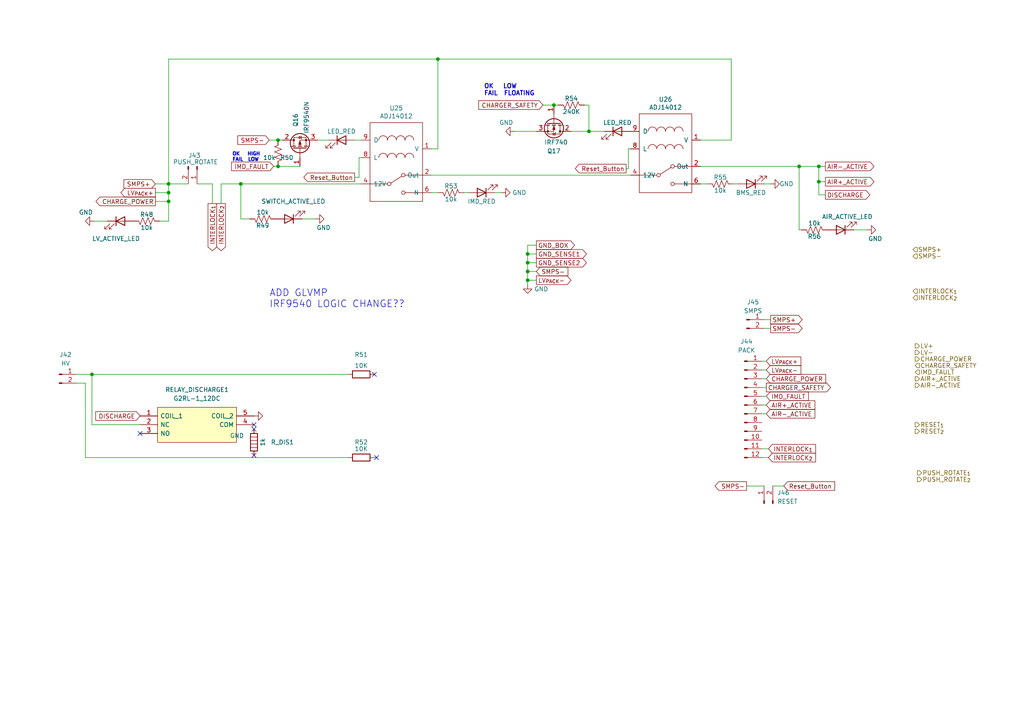
<source format=kicad_sch>
(kicad_sch (version 20211123) (generator eeschema)

  (uuid 0e920e4f-a939-4c95-a8e5-70ad95afc440)

  (paper "A4")

  (lib_symbols
    (symbol "A-FA_PARTS:Conn_01x02_Male" (pin_names (offset 1.016) hide) (in_bom yes) (on_board yes)
      (property "Reference" "J" (id 0) (at 0 2.54 0)
        (effects (font (size 1.27 1.27)))
      )
      (property "Value" "Conn_01x02_Male" (id 1) (at 0 -5.08 0)
        (effects (font (size 1.27 1.27)))
      )
      (property "Footprint" "" (id 2) (at 0 0 0)
        (effects (font (size 1.27 1.27)) hide)
      )
      (property "Datasheet" "~" (id 3) (at 0 0 0)
        (effects (font (size 1.27 1.27)) hide)
      )
      (property "ki_keywords" "connector" (id 4) (at 0 0 0)
        (effects (font (size 1.27 1.27)) hide)
      )
      (property "ki_description" "Generic connector, single row, 01x02, script generated (kicad-library-utils/schlib/autogen/connector/)" (id 5) (at 0 0 0)
        (effects (font (size 1.27 1.27)) hide)
      )
      (property "ki_fp_filters" "Connector*:*_1x??_*" (id 6) (at 0 0 0)
        (effects (font (size 1.27 1.27)) hide)
      )
      (symbol "Conn_01x02_Male_1_1"
        (polyline
          (pts
            (xy 1.27 -2.54)
            (xy 0.8636 -2.54)
          )
          (stroke (width 0.1524) (type default) (color 0 0 0 0))
          (fill (type none))
        )
        (polyline
          (pts
            (xy 1.27 0)
            (xy 0.8636 0)
          )
          (stroke (width 0.1524) (type default) (color 0 0 0 0))
          (fill (type none))
        )
        (rectangle (start 0.8636 -2.413) (end 0 -2.667)
          (stroke (width 0.1524) (type default) (color 0 0 0 0))
          (fill (type outline))
        )
        (rectangle (start 0.8636 0.127) (end 0 -0.127)
          (stroke (width 0.1524) (type default) (color 0 0 0 0))
          (fill (type outline))
        )
        (pin input line (at 0 -2.54 0) (length 3.81) hide
          (name "" (effects (font (size 1.27 1.27))))
          (number "" (effects (font (size 1.27 1.27))))
        )
        (pin input line (at 0 0 0) (length 3.81) hide
          (name "" (effects (font (size 1.27 1.27))))
          (number "" (effects (font (size 1.27 1.27))))
        )
        (pin passive line (at 5.08 0 180) (length 3.81)
          (name "Pin_1" (effects (font (size 1.27 1.27))))
          (number "1" (effects (font (size 1.27 1.27))))
        )
        (pin passive line (at 5.08 -2.54 180) (length 3.81)
          (name "Pin_2" (effects (font (size 1.27 1.27))))
          (number "2" (effects (font (size 1.27 1.27))))
        )
      )
    )
    (symbol "Connector:Conn_01x12_Male" (pin_names (offset 1.016) hide) (in_bom yes) (on_board yes)
      (property "Reference" "J" (id 0) (at 0 15.24 0)
        (effects (font (size 1.27 1.27)))
      )
      (property "Value" "Conn_01x12_Male" (id 1) (at 0 -17.78 0)
        (effects (font (size 1.27 1.27)))
      )
      (property "Footprint" "" (id 2) (at 0 0 0)
        (effects (font (size 1.27 1.27)) hide)
      )
      (property "Datasheet" "~" (id 3) (at 0 0 0)
        (effects (font (size 1.27 1.27)) hide)
      )
      (property "ki_keywords" "connector" (id 4) (at 0 0 0)
        (effects (font (size 1.27 1.27)) hide)
      )
      (property "ki_description" "Generic connector, single row, 01x12, script generated (kicad-library-utils/schlib/autogen/connector/)" (id 5) (at 0 0 0)
        (effects (font (size 1.27 1.27)) hide)
      )
      (property "ki_fp_filters" "Connector*:*_1x??_*" (id 6) (at 0 0 0)
        (effects (font (size 1.27 1.27)) hide)
      )
      (symbol "Conn_01x12_Male_1_1"
        (polyline
          (pts
            (xy 1.27 -15.24)
            (xy 0.8636 -15.24)
          )
          (stroke (width 0.1524) (type default) (color 0 0 0 0))
          (fill (type none))
        )
        (polyline
          (pts
            (xy 1.27 -12.7)
            (xy 0.8636 -12.7)
          )
          (stroke (width 0.1524) (type default) (color 0 0 0 0))
          (fill (type none))
        )
        (polyline
          (pts
            (xy 1.27 -10.16)
            (xy 0.8636 -10.16)
          )
          (stroke (width 0.1524) (type default) (color 0 0 0 0))
          (fill (type none))
        )
        (polyline
          (pts
            (xy 1.27 -7.62)
            (xy 0.8636 -7.62)
          )
          (stroke (width 0.1524) (type default) (color 0 0 0 0))
          (fill (type none))
        )
        (polyline
          (pts
            (xy 1.27 -5.08)
            (xy 0.8636 -5.08)
          )
          (stroke (width 0.1524) (type default) (color 0 0 0 0))
          (fill (type none))
        )
        (polyline
          (pts
            (xy 1.27 -2.54)
            (xy 0.8636 -2.54)
          )
          (stroke (width 0.1524) (type default) (color 0 0 0 0))
          (fill (type none))
        )
        (polyline
          (pts
            (xy 1.27 0)
            (xy 0.8636 0)
          )
          (stroke (width 0.1524) (type default) (color 0 0 0 0))
          (fill (type none))
        )
        (polyline
          (pts
            (xy 1.27 2.54)
            (xy 0.8636 2.54)
          )
          (stroke (width 0.1524) (type default) (color 0 0 0 0))
          (fill (type none))
        )
        (polyline
          (pts
            (xy 1.27 5.08)
            (xy 0.8636 5.08)
          )
          (stroke (width 0.1524) (type default) (color 0 0 0 0))
          (fill (type none))
        )
        (polyline
          (pts
            (xy 1.27 7.62)
            (xy 0.8636 7.62)
          )
          (stroke (width 0.1524) (type default) (color 0 0 0 0))
          (fill (type none))
        )
        (polyline
          (pts
            (xy 1.27 10.16)
            (xy 0.8636 10.16)
          )
          (stroke (width 0.1524) (type default) (color 0 0 0 0))
          (fill (type none))
        )
        (polyline
          (pts
            (xy 1.27 12.7)
            (xy 0.8636 12.7)
          )
          (stroke (width 0.1524) (type default) (color 0 0 0 0))
          (fill (type none))
        )
        (rectangle (start 0.8636 -15.113) (end 0 -15.367)
          (stroke (width 0.1524) (type default) (color 0 0 0 0))
          (fill (type outline))
        )
        (rectangle (start 0.8636 -12.573) (end 0 -12.827)
          (stroke (width 0.1524) (type default) (color 0 0 0 0))
          (fill (type outline))
        )
        (rectangle (start 0.8636 -10.033) (end 0 -10.287)
          (stroke (width 0.1524) (type default) (color 0 0 0 0))
          (fill (type outline))
        )
        (rectangle (start 0.8636 -7.493) (end 0 -7.747)
          (stroke (width 0.1524) (type default) (color 0 0 0 0))
          (fill (type outline))
        )
        (rectangle (start 0.8636 -4.953) (end 0 -5.207)
          (stroke (width 0.1524) (type default) (color 0 0 0 0))
          (fill (type outline))
        )
        (rectangle (start 0.8636 -2.413) (end 0 -2.667)
          (stroke (width 0.1524) (type default) (color 0 0 0 0))
          (fill (type outline))
        )
        (rectangle (start 0.8636 0.127) (end 0 -0.127)
          (stroke (width 0.1524) (type default) (color 0 0 0 0))
          (fill (type outline))
        )
        (rectangle (start 0.8636 2.667) (end 0 2.413)
          (stroke (width 0.1524) (type default) (color 0 0 0 0))
          (fill (type outline))
        )
        (rectangle (start 0.8636 5.207) (end 0 4.953)
          (stroke (width 0.1524) (type default) (color 0 0 0 0))
          (fill (type outline))
        )
        (rectangle (start 0.8636 7.747) (end 0 7.493)
          (stroke (width 0.1524) (type default) (color 0 0 0 0))
          (fill (type outline))
        )
        (rectangle (start 0.8636 10.287) (end 0 10.033)
          (stroke (width 0.1524) (type default) (color 0 0 0 0))
          (fill (type outline))
        )
        (rectangle (start 0.8636 12.827) (end 0 12.573)
          (stroke (width 0.1524) (type default) (color 0 0 0 0))
          (fill (type outline))
        )
        (pin passive line (at 5.08 12.7 180) (length 3.81)
          (name "Pin_1" (effects (font (size 1.27 1.27))))
          (number "1" (effects (font (size 1.27 1.27))))
        )
        (pin passive line (at 5.08 -10.16 180) (length 3.81)
          (name "Pin_10" (effects (font (size 1.27 1.27))))
          (number "10" (effects (font (size 1.27 1.27))))
        )
        (pin passive line (at 5.08 -12.7 180) (length 3.81)
          (name "Pin_11" (effects (font (size 1.27 1.27))))
          (number "11" (effects (font (size 1.27 1.27))))
        )
        (pin passive line (at 5.08 -15.24 180) (length 3.81)
          (name "Pin_12" (effects (font (size 1.27 1.27))))
          (number "12" (effects (font (size 1.27 1.27))))
        )
        (pin passive line (at 5.08 10.16 180) (length 3.81)
          (name "Pin_2" (effects (font (size 1.27 1.27))))
          (number "2" (effects (font (size 1.27 1.27))))
        )
        (pin passive line (at 5.08 7.62 180) (length 3.81)
          (name "Pin_3" (effects (font (size 1.27 1.27))))
          (number "3" (effects (font (size 1.27 1.27))))
        )
        (pin passive line (at 5.08 5.08 180) (length 3.81)
          (name "Pin_4" (effects (font (size 1.27 1.27))))
          (number "4" (effects (font (size 1.27 1.27))))
        )
        (pin passive line (at 5.08 2.54 180) (length 3.81)
          (name "Pin_5" (effects (font (size 1.27 1.27))))
          (number "5" (effects (font (size 1.27 1.27))))
        )
        (pin passive line (at 5.08 0 180) (length 3.81)
          (name "Pin_6" (effects (font (size 1.27 1.27))))
          (number "6" (effects (font (size 1.27 1.27))))
        )
        (pin passive line (at 5.08 -2.54 180) (length 3.81)
          (name "Pin_7" (effects (font (size 1.27 1.27))))
          (number "7" (effects (font (size 1.27 1.27))))
        )
        (pin passive line (at 5.08 -5.08 180) (length 3.81)
          (name "Pin_8" (effects (font (size 1.27 1.27))))
          (number "8" (effects (font (size 1.27 1.27))))
        )
        (pin passive line (at 5.08 -7.62 180) (length 3.81)
          (name "Pin_9" (effects (font (size 1.27 1.27))))
          (number "9" (effects (font (size 1.27 1.27))))
        )
      )
    )
    (symbol "Device:Heater" (pin_numbers hide) (pin_names (offset 0)) (in_bom yes) (on_board yes)
      (property "Reference" "R" (id 0) (at 2.032 0 90)
        (effects (font (size 1.27 1.27)))
      )
      (property "Value" "Heater" (id 1) (at -2.032 0 90)
        (effects (font (size 1.27 1.27)))
      )
      (property "Footprint" "" (id 2) (at -1.778 0 90)
        (effects (font (size 1.27 1.27)) hide)
      )
      (property "Datasheet" "~" (id 3) (at 0 0 0)
        (effects (font (size 1.27 1.27)) hide)
      )
      (property "ki_keywords" "heater R resistor" (id 4) (at 0 0 0)
        (effects (font (size 1.27 1.27)) hide)
      )
      (property "ki_description" "Resistive heater" (id 5) (at 0 0 0)
        (effects (font (size 1.27 1.27)) hide)
      )
      (symbol "Heater_0_1"
        (rectangle (start -1.016 -2.54) (end 1.016 2.54)
          (stroke (width 0.254) (type default) (color 0 0 0 0))
          (fill (type none))
        )
        (polyline
          (pts
            (xy -1.016 1.524)
            (xy 1.016 1.524)
          )
          (stroke (width 0) (type default) (color 0 0 0 0))
          (fill (type none))
        )
        (polyline
          (pts
            (xy 1.016 -1.524)
            (xy -1.016 -1.524)
          )
          (stroke (width 0) (type default) (color 0 0 0 0))
          (fill (type none))
        )
        (polyline
          (pts
            (xy 1.016 -0.508)
            (xy -1.016 -0.508)
          )
          (stroke (width 0) (type default) (color 0 0 0 0))
          (fill (type none))
        )
        (polyline
          (pts
            (xy 1.016 0.508)
            (xy -1.016 0.508)
          )
          (stroke (width 0) (type default) (color 0 0 0 0))
          (fill (type none))
        )
      )
      (symbol "Heater_1_1"
        (pin passive line (at 0 3.81 270) (length 1.27)
          (name "~" (effects (font (size 1.27 1.27))))
          (number "1" (effects (font (size 1.27 1.27))))
        )
        (pin passive line (at 0 -3.81 90) (length 1.27)
          (name "~" (effects (font (size 1.27 1.27))))
          (number "2" (effects (font (size 1.27 1.27))))
        )
      )
    )
    (symbol "Device:LED" (pin_numbers hide) (pin_names (offset 1.016) hide) (in_bom yes) (on_board yes)
      (property "Reference" "D" (id 0) (at 0 2.54 0)
        (effects (font (size 1.27 1.27)))
      )
      (property "Value" "LED" (id 1) (at 0 -2.54 0)
        (effects (font (size 1.27 1.27)))
      )
      (property "Footprint" "" (id 2) (at 0 0 0)
        (effects (font (size 1.27 1.27)) hide)
      )
      (property "Datasheet" "~" (id 3) (at 0 0 0)
        (effects (font (size 1.27 1.27)) hide)
      )
      (property "ki_keywords" "LED diode" (id 4) (at 0 0 0)
        (effects (font (size 1.27 1.27)) hide)
      )
      (property "ki_description" "Light emitting diode" (id 5) (at 0 0 0)
        (effects (font (size 1.27 1.27)) hide)
      )
      (property "ki_fp_filters" "LED* LED_SMD:* LED_THT:*" (id 6) (at 0 0 0)
        (effects (font (size 1.27 1.27)) hide)
      )
      (symbol "LED_0_1"
        (polyline
          (pts
            (xy -1.27 -1.27)
            (xy -1.27 1.27)
          )
          (stroke (width 0.254) (type default) (color 0 0 0 0))
          (fill (type none))
        )
        (polyline
          (pts
            (xy -1.27 0)
            (xy 1.27 0)
          )
          (stroke (width 0) (type default) (color 0 0 0 0))
          (fill (type none))
        )
        (polyline
          (pts
            (xy 1.27 -1.27)
            (xy 1.27 1.27)
            (xy -1.27 0)
            (xy 1.27 -1.27)
          )
          (stroke (width 0.254) (type default) (color 0 0 0 0))
          (fill (type none))
        )
        (polyline
          (pts
            (xy -3.048 -0.762)
            (xy -4.572 -2.286)
            (xy -3.81 -2.286)
            (xy -4.572 -2.286)
            (xy -4.572 -1.524)
          )
          (stroke (width 0) (type default) (color 0 0 0 0))
          (fill (type none))
        )
        (polyline
          (pts
            (xy -1.778 -0.762)
            (xy -3.302 -2.286)
            (xy -2.54 -2.286)
            (xy -3.302 -2.286)
            (xy -3.302 -1.524)
          )
          (stroke (width 0) (type default) (color 0 0 0 0))
          (fill (type none))
        )
      )
      (symbol "LED_1_1"
        (pin passive line (at -3.81 0 0) (length 2.54)
          (name "K" (effects (font (size 1.27 1.27))))
          (number "1" (effects (font (size 1.27 1.27))))
        )
        (pin passive line (at 3.81 0 180) (length 2.54)
          (name "A" (effects (font (size 1.27 1.27))))
          (number "2" (effects (font (size 1.27 1.27))))
        )
      )
    )
    (symbol "Device:R" (pin_numbers hide) (pin_names (offset 0)) (in_bom yes) (on_board yes)
      (property "Reference" "R" (id 0) (at 2.032 0 90)
        (effects (font (size 1.27 1.27)))
      )
      (property "Value" "R" (id 1) (at 0 0 90)
        (effects (font (size 1.27 1.27)))
      )
      (property "Footprint" "" (id 2) (at -1.778 0 90)
        (effects (font (size 1.27 1.27)) hide)
      )
      (property "Datasheet" "~" (id 3) (at 0 0 0)
        (effects (font (size 1.27 1.27)) hide)
      )
      (property "ki_keywords" "R res resistor" (id 4) (at 0 0 0)
        (effects (font (size 1.27 1.27)) hide)
      )
      (property "ki_description" "Resistor" (id 5) (at 0 0 0)
        (effects (font (size 1.27 1.27)) hide)
      )
      (property "ki_fp_filters" "R_*" (id 6) (at 0 0 0)
        (effects (font (size 1.27 1.27)) hide)
      )
      (symbol "R_0_1"
        (rectangle (start -1.016 -2.54) (end 1.016 2.54)
          (stroke (width 0.254) (type default) (color 0 0 0 0))
          (fill (type none))
        )
      )
      (symbol "R_1_1"
        (pin passive line (at 0 3.81 270) (length 1.27)
          (name "~" (effects (font (size 1.27 1.27))))
          (number "1" (effects (font (size 1.27 1.27))))
        )
        (pin passive line (at 0 -3.81 90) (length 1.27)
          (name "~" (effects (font (size 1.27 1.27))))
          (number "2" (effects (font (size 1.27 1.27))))
        )
      )
    )
    (symbol "Device:R_US" (pin_numbers hide) (pin_names (offset 0)) (in_bom yes) (on_board yes)
      (property "Reference" "R" (id 0) (at 2.54 0 90)
        (effects (font (size 1.27 1.27)))
      )
      (property "Value" "R_US" (id 1) (at -2.54 0 90)
        (effects (font (size 1.27 1.27)))
      )
      (property "Footprint" "" (id 2) (at 1.016 -0.254 90)
        (effects (font (size 1.27 1.27)) hide)
      )
      (property "Datasheet" "~" (id 3) (at 0 0 0)
        (effects (font (size 1.27 1.27)) hide)
      )
      (property "ki_keywords" "R res resistor" (id 4) (at 0 0 0)
        (effects (font (size 1.27 1.27)) hide)
      )
      (property "ki_description" "Resistor, US symbol" (id 5) (at 0 0 0)
        (effects (font (size 1.27 1.27)) hide)
      )
      (property "ki_fp_filters" "R_*" (id 6) (at 0 0 0)
        (effects (font (size 1.27 1.27)) hide)
      )
      (symbol "R_US_0_1"
        (polyline
          (pts
            (xy 0 -2.286)
            (xy 0 -2.54)
          )
          (stroke (width 0) (type default) (color 0 0 0 0))
          (fill (type none))
        )
        (polyline
          (pts
            (xy 0 2.286)
            (xy 0 2.54)
          )
          (stroke (width 0) (type default) (color 0 0 0 0))
          (fill (type none))
        )
        (polyline
          (pts
            (xy 0 -0.762)
            (xy 1.016 -1.143)
            (xy 0 -1.524)
            (xy -1.016 -1.905)
            (xy 0 -2.286)
          )
          (stroke (width 0) (type default) (color 0 0 0 0))
          (fill (type none))
        )
        (polyline
          (pts
            (xy 0 0.762)
            (xy 1.016 0.381)
            (xy 0 0)
            (xy -1.016 -0.381)
            (xy 0 -0.762)
          )
          (stroke (width 0) (type default) (color 0 0 0 0))
          (fill (type none))
        )
        (polyline
          (pts
            (xy 0 2.286)
            (xy 1.016 1.905)
            (xy 0 1.524)
            (xy -1.016 1.143)
            (xy 0 0.762)
          )
          (stroke (width 0) (type default) (color 0 0 0 0))
          (fill (type none))
        )
      )
      (symbol "R_US_1_1"
        (pin passive line (at 0 3.81 270) (length 1.27)
          (name "~" (effects (font (size 1.27 1.27))))
          (number "1" (effects (font (size 1.27 1.27))))
        )
        (pin passive line (at 0 -3.81 90) (length 1.27)
          (name "~" (effects (font (size 1.27 1.27))))
          (number "2" (effects (font (size 1.27 1.27))))
        )
      )
    )
    (symbol "G2RL-1_12DC:G2RL-1_12DC" (pin_names (offset 0.762)) (in_bom yes) (on_board yes)
      (property "Reference" "K" (id 0) (at 29.21 7.62 0)
        (effects (font (size 1.27 1.27)) (justify left))
      )
      (property "Value" "G2RL-1_12DC" (id 1) (at 29.21 5.08 0)
        (effects (font (size 1.27 1.27)) (justify left))
      )
      (property "Footprint" "G2RL112DC" (id 2) (at 29.21 2.54 0)
        (effects (font (size 1.27 1.27)) (justify left) hide)
      )
      (property "Datasheet" "http://uk.rs-online.com/web/p/products/3650490P" (id 3) (at 29.21 0 0)
        (effects (font (size 1.27 1.27)) (justify left) hide)
      )
      (property "Description" "General Purpose Relay, G2RL Series, Power, Non Latching, SPDT, 12 VDC, 12 A RoHS Compliant: Yes" (id 4) (at 29.21 -2.54 0)
        (effects (font (size 1.27 1.27)) (justify left) hide)
      )
      (property "Height" "15.7" (id 5) (at 29.21 -5.08 0)
        (effects (font (size 1.27 1.27)) (justify left) hide)
      )
      (property "Manufacturer_Name" "Omron Electronics" (id 6) (at 29.21 -7.62 0)
        (effects (font (size 1.27 1.27)) (justify left) hide)
      )
      (property "Manufacturer_Part_Number" "G2RL-1 12DC" (id 7) (at 29.21 -10.16 0)
        (effects (font (size 1.27 1.27)) (justify left) hide)
      )
      (property "Mouser Part Number" "" (id 8) (at 29.21 -12.7 0)
        (effects (font (size 1.27 1.27)) (justify left) hide)
      )
      (property "Mouser Price/Stock" "" (id 9) (at 29.21 -15.24 0)
        (effects (font (size 1.27 1.27)) (justify left) hide)
      )
      (property "Arrow Part Number" "" (id 10) (at 29.21 -17.78 0)
        (effects (font (size 1.27 1.27)) (justify left) hide)
      )
      (property "Arrow Price/Stock" "" (id 11) (at 29.21 -20.32 0)
        (effects (font (size 1.27 1.27)) (justify left) hide)
      )
      (property "ki_description" "General Purpose Relay, G2RL Series, Power, Non Latching, SPDT, 12 VDC, 12 A RoHS Compliant: Yes" (id 12) (at 0 0 0)
        (effects (font (size 1.27 1.27)) hide)
      )
      (symbol "G2RL-1_12DC_0_0"
        (pin passive line (at 0 0 0) (length 5.08)
          (name "COIL_1" (effects (font (size 1.27 1.27))))
          (number "1" (effects (font (size 1.27 1.27))))
        )
        (pin passive line (at 0 -2.54 0) (length 5.08)
          (name "NC" (effects (font (size 1.27 1.27))))
          (number "2" (effects (font (size 1.27 1.27))))
        )
        (pin passive line (at 0 -5.08 0) (length 5.08)
          (name "NO" (effects (font (size 1.27 1.27))))
          (number "3" (effects (font (size 1.27 1.27))))
        )
        (pin passive line (at 33.02 -2.54 180) (length 5.08)
          (name "COM" (effects (font (size 1.27 1.27))))
          (number "4" (effects (font (size 1.27 1.27))))
        )
        (pin passive line (at 33.02 0 180) (length 5.08)
          (name "COIL_2" (effects (font (size 1.27 1.27))))
          (number "5" (effects (font (size 1.27 1.27))))
        )
      )
      (symbol "G2RL-1_12DC_0_1"
        (polyline
          (pts
            (xy 5.08 2.54)
            (xy 27.94 2.54)
            (xy 27.94 -7.62)
            (xy 5.08 -7.62)
            (xy 5.08 2.54)
          )
          (stroke (width 0.1524) (type default) (color 0 0 0 0))
          (fill (type background))
        )
      )
    )
    (symbol "NewThing:ADJ14024" (pin_names (offset 1.016)) (in_bom yes) (on_board yes)
      (property "Reference" "U" (id 0) (at -5.08 27.94 0)
        (effects (font (size 1.27 1.27)))
      )
      (property "Value" "NewThing_ADJ14024" (id 1) (at 0 0 0)
        (effects (font (size 1.27 1.27)))
      )
      (property "Footprint" "" (id 2) (at 0 0 0)
        (effects (font (size 1.27 1.27)) hide)
      )
      (property "Datasheet" "" (id 3) (at 0 0 0)
        (effects (font (size 1.27 1.27)) hide)
      )
      (symbol "ADJ14024_0_1"
        (rectangle (start -7.62 25.4) (end 7.62 2.54)
          (stroke (width 0) (type default) (color 0 0 0 0))
          (fill (type none))
        )
        (arc (start -2.54 20.32) (mid -3.81 21.59) (end -5.08 20.32)
          (stroke (width 0) (type default) (color 0 0 0 0))
          (fill (type none))
        )
        (polyline
          (pts
            (xy -7.62 7.62)
            (xy -7.62 7.62)
          )
          (stroke (width 0) (type default) (color 0 0 0 0))
          (fill (type none))
        )
        (polyline
          (pts
            (xy -2.54 7.62)
            (xy -7.62 7.62)
          )
          (stroke (width 0) (type default) (color 0 0 0 0))
          (fill (type none))
        )
        (polyline
          (pts
            (xy 2.54 5.08)
            (xy 7.62 5.08)
          )
          (stroke (width 0) (type default) (color 0 0 0 0))
          (fill (type none))
        )
        (polyline
          (pts
            (xy 2.54 10.16)
            (xy 7.62 10.16)
          )
          (stroke (width 0) (type default) (color 0 0 0 0))
          (fill (type none))
        )
        (arc (start 0 20.32) (mid -1.27 21.59) (end -2.54 20.32)
          (stroke (width 0) (type default) (color 0 0 0 0))
          (fill (type none))
        )
        (arc (start 2.54 20.32) (mid 1.27 21.59) (end 0 20.32)
          (stroke (width 0) (type default) (color 0 0 0 0))
          (fill (type none))
        )
        (arc (start 5.08 20.32) (mid 3.81 21.59) (end 2.54 20.32)
          (stroke (width 0) (type default) (color 0 0 0 0))
          (fill (type none))
        )
      )
      (symbol "ADJ14024_1_1"
        (arc (start -2.54 15.24) (mid -3.81 16.51) (end -5.08 15.24)
          (stroke (width 0) (type default) (color 0 0 0 0))
          (fill (type none))
        )
        (circle (center -2.032 7.62) (radius 0.508)
          (stroke (width 0) (type default) (color 0 0 0 0))
          (fill (type none))
        )
        (polyline
          (pts
            (xy -1.524 7.874)
            (xy 1.651 9.906)
          )
          (stroke (width 0) (type default) (color 0 0 0 0))
          (fill (type none))
        )
        (arc (start 0 15.24) (mid -1.27 16.51) (end -2.54 15.24)
          (stroke (width 0) (type default) (color 0 0 0 0))
          (fill (type none))
        )
        (circle (center 2.032 5.08) (radius 0.508)
          (stroke (width 0) (type default) (color 0 0 0 0))
          (fill (type none))
        )
        (circle (center 2.032 10.16) (radius 0.508)
          (stroke (width 0) (type default) (color 0 0 0 0))
          (fill (type none))
        )
        (arc (start 2.54 15.24) (mid 1.27 16.51) (end 0 15.24)
          (stroke (width 0) (type default) (color 0 0 0 0))
          (fill (type none))
        )
        (arc (start 5.08 15.24) (mid 3.81 16.51) (end 2.54 15.24)
          (stroke (width 0) (type default) (color 0 0 0 0))
          (fill (type none))
        )
        (pin input line (at 10.16 17.78 180) (length 2.54)
          (name "V" (effects (font (size 1.27 1.27))))
          (number "1" (effects (font (size 1.27 1.27))))
        )
        (pin input line (at 10.16 10.16 180) (length 2.54)
          (name "Out" (effects (font (size 1.27 1.27))))
          (number "2" (effects (font (size 1.27 1.27))))
        )
        (pin input line (at -10.16 7.62 0) (length 2.54)
          (name "12V" (effects (font (size 1.27 1.27))))
          (number "4" (effects (font (size 1.27 1.27))))
        )
        (pin input line (at 10.16 5.08 180) (length 2.54)
          (name "N" (effects (font (size 1.27 1.27))))
          (number "6" (effects (font (size 1.27 1.27))))
        )
        (pin input line (at -10.16 15.24 0) (length 2.54)
          (name "L" (effects (font (size 1.27 1.27))))
          (number "8" (effects (font (size 1.27 1.27))))
        )
        (pin input line (at -10.16 20.32 0) (length 2.54)
          (name "D" (effects (font (size 1.27 1.27))))
          (number "9" (effects (font (size 1.27 1.27))))
        )
      )
    )
    (symbol "Transistor_FET:IRF740" (pin_names hide) (in_bom yes) (on_board yes)
      (property "Reference" "Q" (id 0) (at 6.35 1.905 0)
        (effects (font (size 1.27 1.27)) (justify left))
      )
      (property "Value" "IRF740" (id 1) (at 6.35 0 0)
        (effects (font (size 1.27 1.27)) (justify left))
      )
      (property "Footprint" "Package_TO_SOT_THT:TO-220-3_Vertical" (id 2) (at 6.35 -1.905 0)
        (effects (font (size 1.27 1.27) italic) (justify left) hide)
      )
      (property "Datasheet" "http://www.vishay.com/docs/91054/91054.pdf" (id 3) (at 0 0 0)
        (effects (font (size 1.27 1.27)) (justify left) hide)
      )
      (property "ki_keywords" "N Channel" (id 4) (at 0 0 0)
        (effects (font (size 1.27 1.27)) hide)
      )
      (property "ki_description" "10A Id, 400V Vds, N-Channel Power MOSFET, 500mOhm Rds, TO-220AB" (id 5) (at 0 0 0)
        (effects (font (size 1.27 1.27)) hide)
      )
      (property "ki_fp_filters" "TO?220*" (id 6) (at 0 0 0)
        (effects (font (size 1.27 1.27)) hide)
      )
      (symbol "IRF740_0_1"
        (polyline
          (pts
            (xy 0.254 0)
            (xy -2.54 0)
          )
          (stroke (width 0) (type default) (color 0 0 0 0))
          (fill (type none))
        )
        (polyline
          (pts
            (xy 0.254 1.905)
            (xy 0.254 -1.905)
          )
          (stroke (width 0.254) (type default) (color 0 0 0 0))
          (fill (type none))
        )
        (polyline
          (pts
            (xy 0.762 -1.27)
            (xy 0.762 -2.286)
          )
          (stroke (width 0.254) (type default) (color 0 0 0 0))
          (fill (type none))
        )
        (polyline
          (pts
            (xy 0.762 0.508)
            (xy 0.762 -0.508)
          )
          (stroke (width 0.254) (type default) (color 0 0 0 0))
          (fill (type none))
        )
        (polyline
          (pts
            (xy 0.762 2.286)
            (xy 0.762 1.27)
          )
          (stroke (width 0.254) (type default) (color 0 0 0 0))
          (fill (type none))
        )
        (polyline
          (pts
            (xy 2.54 2.54)
            (xy 2.54 1.778)
          )
          (stroke (width 0) (type default) (color 0 0 0 0))
          (fill (type none))
        )
        (polyline
          (pts
            (xy 2.54 -2.54)
            (xy 2.54 0)
            (xy 0.762 0)
          )
          (stroke (width 0) (type default) (color 0 0 0 0))
          (fill (type none))
        )
        (polyline
          (pts
            (xy 0.762 -1.778)
            (xy 3.302 -1.778)
            (xy 3.302 1.778)
            (xy 0.762 1.778)
          )
          (stroke (width 0) (type default) (color 0 0 0 0))
          (fill (type none))
        )
        (polyline
          (pts
            (xy 1.016 0)
            (xy 2.032 0.381)
            (xy 2.032 -0.381)
            (xy 1.016 0)
          )
          (stroke (width 0) (type default) (color 0 0 0 0))
          (fill (type outline))
        )
        (polyline
          (pts
            (xy 2.794 0.508)
            (xy 2.921 0.381)
            (xy 3.683 0.381)
            (xy 3.81 0.254)
          )
          (stroke (width 0) (type default) (color 0 0 0 0))
          (fill (type none))
        )
        (polyline
          (pts
            (xy 3.302 0.381)
            (xy 2.921 -0.254)
            (xy 3.683 -0.254)
            (xy 3.302 0.381)
          )
          (stroke (width 0) (type default) (color 0 0 0 0))
          (fill (type none))
        )
        (circle (center 1.651 0) (radius 2.794)
          (stroke (width 0.254) (type default) (color 0 0 0 0))
          (fill (type none))
        )
        (circle (center 2.54 -1.778) (radius 0.254)
          (stroke (width 0) (type default) (color 0 0 0 0))
          (fill (type outline))
        )
        (circle (center 2.54 1.778) (radius 0.254)
          (stroke (width 0) (type default) (color 0 0 0 0))
          (fill (type outline))
        )
      )
      (symbol "IRF740_1_1"
        (pin input line (at -5.08 0 0) (length 2.54)
          (name "G" (effects (font (size 1.27 1.27))))
          (number "1" (effects (font (size 1.27 1.27))))
        )
        (pin passive line (at 2.54 5.08 270) (length 2.54)
          (name "D" (effects (font (size 1.27 1.27))))
          (number "2" (effects (font (size 1.27 1.27))))
        )
        (pin passive line (at 2.54 -5.08 90) (length 2.54)
          (name "S" (effects (font (size 1.27 1.27))))
          (number "3" (effects (font (size 1.27 1.27))))
        )
      )
    )
    (symbol "Transistor_FET:IRF9540N" (pin_names hide) (in_bom yes) (on_board yes)
      (property "Reference" "Q" (id 0) (at 5.08 1.905 0)
        (effects (font (size 1.27 1.27)) (justify left))
      )
      (property "Value" "IRF9540N" (id 1) (at 5.08 0 0)
        (effects (font (size 1.27 1.27)) (justify left))
      )
      (property "Footprint" "Package_TO_SOT_THT:TO-220-3_Vertical" (id 2) (at 5.08 -1.905 0)
        (effects (font (size 1.27 1.27) italic) (justify left) hide)
      )
      (property "Datasheet" "http://www.irf.com/product-info/datasheets/data/irf9540n.pdf" (id 3) (at 0 0 0)
        (effects (font (size 1.27 1.27)) (justify left) hide)
      )
      (property "ki_keywords" "P-Channel MOSFET HEXFET" (id 4) (at 0 0 0)
        (effects (font (size 1.27 1.27)) hide)
      )
      (property "ki_description" "-23A Id, -100V Vds, 117mOhm Rds, P-Channel HEXFET Power MOSFET, TO-220" (id 5) (at 0 0 0)
        (effects (font (size 1.27 1.27)) hide)
      )
      (property "ki_fp_filters" "TO?220*" (id 6) (at 0 0 0)
        (effects (font (size 1.27 1.27)) hide)
      )
      (symbol "IRF9540N_0_1"
        (polyline
          (pts
            (xy 0.254 0)
            (xy -2.54 0)
          )
          (stroke (width 0) (type default) (color 0 0 0 0))
          (fill (type none))
        )
        (polyline
          (pts
            (xy 0.254 1.905)
            (xy 0.254 -1.905)
          )
          (stroke (width 0.254) (type default) (color 0 0 0 0))
          (fill (type none))
        )
        (polyline
          (pts
            (xy 0.762 -1.27)
            (xy 0.762 -2.286)
          )
          (stroke (width 0.254) (type default) (color 0 0 0 0))
          (fill (type none))
        )
        (polyline
          (pts
            (xy 0.762 0.508)
            (xy 0.762 -0.508)
          )
          (stroke (width 0.254) (type default) (color 0 0 0 0))
          (fill (type none))
        )
        (polyline
          (pts
            (xy 0.762 2.286)
            (xy 0.762 1.27)
          )
          (stroke (width 0.254) (type default) (color 0 0 0 0))
          (fill (type none))
        )
        (polyline
          (pts
            (xy 2.54 2.54)
            (xy 2.54 1.778)
          )
          (stroke (width 0) (type default) (color 0 0 0 0))
          (fill (type none))
        )
        (polyline
          (pts
            (xy 2.54 -2.54)
            (xy 2.54 0)
            (xy 0.762 0)
          )
          (stroke (width 0) (type default) (color 0 0 0 0))
          (fill (type none))
        )
        (polyline
          (pts
            (xy 0.762 1.778)
            (xy 3.302 1.778)
            (xy 3.302 -1.778)
            (xy 0.762 -1.778)
          )
          (stroke (width 0) (type default) (color 0 0 0 0))
          (fill (type none))
        )
        (polyline
          (pts
            (xy 2.286 0)
            (xy 1.27 0.381)
            (xy 1.27 -0.381)
            (xy 2.286 0)
          )
          (stroke (width 0) (type default) (color 0 0 0 0))
          (fill (type outline))
        )
        (polyline
          (pts
            (xy 2.794 -0.508)
            (xy 2.921 -0.381)
            (xy 3.683 -0.381)
            (xy 3.81 -0.254)
          )
          (stroke (width 0) (type default) (color 0 0 0 0))
          (fill (type none))
        )
        (polyline
          (pts
            (xy 3.302 -0.381)
            (xy 2.921 0.254)
            (xy 3.683 0.254)
            (xy 3.302 -0.381)
          )
          (stroke (width 0) (type default) (color 0 0 0 0))
          (fill (type none))
        )
        (circle (center 1.651 0) (radius 2.794)
          (stroke (width 0.254) (type default) (color 0 0 0 0))
          (fill (type none))
        )
        (circle (center 2.54 -1.778) (radius 0.254)
          (stroke (width 0) (type default) (color 0 0 0 0))
          (fill (type outline))
        )
        (circle (center 2.54 1.778) (radius 0.254)
          (stroke (width 0) (type default) (color 0 0 0 0))
          (fill (type outline))
        )
      )
      (symbol "IRF9540N_1_1"
        (pin input line (at -5.08 0 0) (length 2.54)
          (name "G" (effects (font (size 1.27 1.27))))
          (number "1" (effects (font (size 1.27 1.27))))
        )
        (pin passive line (at 2.54 5.08 270) (length 2.54)
          (name "D" (effects (font (size 1.27 1.27))))
          (number "2" (effects (font (size 1.27 1.27))))
        )
        (pin passive line (at 2.54 -5.08 90) (length 2.54)
          (name "S" (effects (font (size 1.27 1.27))))
          (number "3" (effects (font (size 1.27 1.27))))
        )
      )
    )
    (symbol "power:GND" (power) (pin_names (offset 0)) (in_bom yes) (on_board yes)
      (property "Reference" "#PWR" (id 0) (at 0 -6.35 0)
        (effects (font (size 1.27 1.27)) hide)
      )
      (property "Value" "GND" (id 1) (at 0 -3.81 0)
        (effects (font (size 1.27 1.27)))
      )
      (property "Footprint" "" (id 2) (at 0 0 0)
        (effects (font (size 1.27 1.27)) hide)
      )
      (property "Datasheet" "" (id 3) (at 0 0 0)
        (effects (font (size 1.27 1.27)) hide)
      )
      (property "ki_keywords" "power-flag" (id 4) (at 0 0 0)
        (effects (font (size 1.27 1.27)) hide)
      )
      (property "ki_description" "Power symbol creates a global label with name \"GND\" , ground" (id 5) (at 0 0 0)
        (effects (font (size 1.27 1.27)) hide)
      )
      (symbol "GND_0_1"
        (polyline
          (pts
            (xy 0 0)
            (xy 0 -1.27)
            (xy 1.27 -1.27)
            (xy 0 -2.54)
            (xy -1.27 -1.27)
            (xy 0 -1.27)
          )
          (stroke (width 0) (type default) (color 0 0 0 0))
          (fill (type none))
        )
      )
      (symbol "GND_1_1"
        (pin power_in line (at 0 0 270) (length 0) hide
          (name "GND" (effects (font (size 1.27 1.27))))
          (number "1" (effects (font (size 1.27 1.27))))
        )
      )
    )
  )

  (junction (at 80.645 40.64) (diameter 0) (color 0 0 0 0)
    (uuid 009caba9-4161-45c4-81cb-c1119b6f2245)
  )
  (junction (at 153.035 81.28) (diameter 0) (color 0 0 0 0)
    (uuid 0388d3c4-71fb-46b6-bb32-287755b0d629)
  )
  (junction (at 48.895 58.42) (diameter 0) (color 0 0 0 0)
    (uuid 18ee77d8-51d7-4be3-ad9e-9ae35cc863e9)
  )
  (junction (at 153.035 73.66) (diameter 0) (color 0 0 0 0)
    (uuid 25b0ed81-e05e-4a6e-88f1-7ff94391ea9e)
  )
  (junction (at 153.035 78.74) (diameter 0) (color 0 0 0 0)
    (uuid 3956f500-8fc2-45a6-baa9-b2932a8a9365)
  )
  (junction (at 231.775 48.26) (diameter 0) (color 0 0 0 0)
    (uuid 4fe42b89-3cf4-4f24-8e85-1d8a5efe4fbf)
  )
  (junction (at 170.815 38.1) (diameter 0) (color 0 0 0 0)
    (uuid 6111b1e5-0698-4127-a5bb-b820b6e272e9)
  )
  (junction (at 80.645 48.26) (diameter 0) (color 0 0 0 0)
    (uuid 629fb6e5-471d-486a-8cf1-95149fdd2e24)
  )
  (junction (at 127 17.145) (diameter 0) (color 0 0 0 0)
    (uuid 6a85ed48-a759-4bc7-994c-427dee0a756f)
  )
  (junction (at 69.85 53.34) (diameter 0) (color 0 0 0 0)
    (uuid 8536a243-9651-4fc7-90ae-eab473b36267)
  )
  (junction (at 160.655 30.48) (diameter 0) (color 0 0 0 0)
    (uuid 87ada5d5-e7b2-41fd-b833-16b2d9b1be11)
  )
  (junction (at 48.895 53.34) (diameter 0) (color 0 0 0 0)
    (uuid a23946d7-f76e-4c1c-87ec-7b78a320d297)
  )
  (junction (at 237.49 48.26) (diameter 0) (color 0 0 0 0)
    (uuid b57ed660-a77f-4ebe-aa09-7efff3b1b4d1)
  )
  (junction (at 153.035 76.2) (diameter 0) (color 0 0 0 0)
    (uuid c8e4cfa8-69ab-423a-8f83-63156f7a1e32)
  )
  (junction (at 237.49 52.705) (diameter 0) (color 0 0 0 0)
    (uuid d310df49-1398-41eb-9e97-a8a96e444ef0)
  )
  (junction (at 48.895 55.88) (diameter 0) (color 0 0 0 0)
    (uuid e0e121f8-c5f7-4104-bdff-766504180a4c)
  )
  (junction (at 26.67 108.585) (diameter 0) (color 0 0 0 0)
    (uuid e5334ffd-6dfd-4da7-966e-eb78ae2649fd)
  )

  (no_connect (at 73.66 132.08) (uuid 1c0748b1-4e87-4cb8-bdb7-67fc42bdc3ec))
  (no_connect (at 40.64 125.73) (uuid 1f50de50-d313-4b12-bf41-64ae6aa291e9))
  (no_connect (at 108.585 108.585) (uuid 3c49734c-0cbd-436d-b1f2-4a610b7451b8))
  (no_connect (at 109.22 132.715) (uuid 4be81990-4148-4726-b6c9-939617c38e98))
  (no_connect (at 73.66 124.46) (uuid 59eec147-0acb-47de-ae64-1773d8a81875))
  (no_connect (at 73.66 123.19) (uuid f73b1b19-5268-48b5-8926-c0f0c7820620))

  (wire (pts (xy 153.035 71.12) (xy 153.035 73.66))
    (stroke (width 0) (type default) (color 0 0 0 0))
    (uuid 00cd6665-2928-4195-a711-2f765b129437)
  )
  (wire (pts (xy 104.14 45.72) (xy 104.775 45.72))
    (stroke (width 0) (type default) (color 0 0 0 0))
    (uuid 00cf9359-ede9-43a0-80c0-ad1a9fc94362)
  )
  (wire (pts (xy 222.885 132.715) (xy 220.98 132.715))
    (stroke (width 0) (type default) (color 0 0 0 0))
    (uuid 02ca0b8a-1c73-4729-a6e9-5ce8529f2f74)
  )
  (wire (pts (xy 127 55.88) (xy 125.095 55.88))
    (stroke (width 0) (type default) (color 0 0 0 0))
    (uuid 072688f0-859b-4972-8690-bf0450939340)
  )
  (wire (pts (xy 48.895 55.88) (xy 45.085 55.88))
    (stroke (width 0) (type default) (color 0 0 0 0))
    (uuid 0853792f-4cc5-496d-b678-82eb8b6d47e2)
  )
  (wire (pts (xy 80.645 40.64) (xy 78.105 40.64))
    (stroke (width 0) (type default) (color 0 0 0 0))
    (uuid 0a28ebb9-04b8-4e88-8784-7d536d2d516d)
  )
  (wire (pts (xy 157.48 30.48) (xy 160.655 30.48))
    (stroke (width 0) (type default) (color 0 0 0 0))
    (uuid 0c7790e9-cb66-4d8c-aa4f-b3fada6d6edf)
  )
  (wire (pts (xy 155.575 71.12) (xy 153.035 71.12))
    (stroke (width 0) (type default) (color 0 0 0 0))
    (uuid 19e90ee7-3168-4412-a8b0-d3bd47b3d91e)
  )
  (wire (pts (xy 125.095 50.8) (xy 182.88 50.8))
    (stroke (width 0) (type default) (color 0 0 0 0))
    (uuid 1bd11c9a-acf5-4ec9-915f-252e994c0642)
  )
  (wire (pts (xy 251.46 66.675) (xy 247.65 66.675))
    (stroke (width 0) (type default) (color 0 0 0 0))
    (uuid 2467e3aa-4b7c-4517-b75d-f1ae57b1d82d)
  )
  (wire (pts (xy 80.645 48.26) (xy 79.375 48.26))
    (stroke (width 0) (type default) (color 0 0 0 0))
    (uuid 2655432a-f933-48c9-8766-50cc4843be04)
  )
  (wire (pts (xy 109.22 132.715) (xy 108.585 132.715))
    (stroke (width 0) (type default) (color 0 0 0 0))
    (uuid 29a9ce2d-ac07-4722-bc57-7b74ef0bc5cb)
  )
  (wire (pts (xy 48.895 53.34) (xy 48.895 55.88))
    (stroke (width 0) (type default) (color 0 0 0 0))
    (uuid 2f84ecd6-d2c8-4e85-b503-56d74f4aaf29)
  )
  (wire (pts (xy 153.035 76.2) (xy 153.035 78.74))
    (stroke (width 0) (type default) (color 0 0 0 0))
    (uuid 30190837-8728-405f-96af-15022cf11d0e)
  )
  (wire (pts (xy 48.895 55.88) (xy 48.895 58.42))
    (stroke (width 0) (type default) (color 0 0 0 0))
    (uuid 34d73820-a8da-4ae5-ac3e-78880a27f49b)
  )
  (wire (pts (xy 48.895 53.34) (xy 54.61 53.34))
    (stroke (width 0) (type default) (color 0 0 0 0))
    (uuid 39a5196f-b7a2-4ced-99d0-4ccadbbe32c9)
  )
  (wire (pts (xy 64.135 53.34) (xy 64.135 59.055))
    (stroke (width 0) (type default) (color 0 0 0 0))
    (uuid 3b4c79f6-798d-4280-837c-8a77def3445d)
  )
  (wire (pts (xy 165.735 38.1) (xy 170.815 38.1))
    (stroke (width 0) (type default) (color 0 0 0 0))
    (uuid 3bb93504-9985-40af-be5d-ed98118d6ffb)
  )
  (wire (pts (xy 22.225 111.125) (xy 24.765 111.125))
    (stroke (width 0) (type default) (color 0 0 0 0))
    (uuid 3f8f8a14-3d72-4f7a-9b9e-0f689143f910)
  )
  (wire (pts (xy 48.895 17.145) (xy 48.895 53.34))
    (stroke (width 0) (type default) (color 0 0 0 0))
    (uuid 418f0e6d-9ee5-44f3-8111-e4dbd166d1fd)
  )
  (wire (pts (xy 222.25 109.855) (xy 220.98 109.855))
    (stroke (width 0) (type default) (color 0 0 0 0))
    (uuid 427ba08a-feec-4b54-8866-b9192703c9e3)
  )
  (wire (pts (xy 222.25 112.395) (xy 220.98 112.395))
    (stroke (width 0) (type default) (color 0 0 0 0))
    (uuid 45b697e6-b3ed-4d50-8234-e640cdaefa61)
  )
  (wire (pts (xy 212.09 40.64) (xy 212.09 17.145))
    (stroke (width 0) (type default) (color 0 0 0 0))
    (uuid 4c71c205-db09-481a-985f-a60169e33e44)
  )
  (wire (pts (xy 203.2 40.64) (xy 212.09 40.64))
    (stroke (width 0) (type default) (color 0 0 0 0))
    (uuid 5068083d-8e29-4860-80db-cf003ea458bf)
  )
  (wire (pts (xy 46.355 64.135) (xy 48.895 64.135))
    (stroke (width 0) (type default) (color 0 0 0 0))
    (uuid 524ff72c-c855-4c60-bd36-97d6073fdb5b)
  )
  (wire (pts (xy 213.995 53.34) (xy 212.725 53.34))
    (stroke (width 0) (type default) (color 0 0 0 0))
    (uuid 52746f6d-ac20-4b5f-af32-6dec9d8f54a3)
  )
  (wire (pts (xy 69.85 53.34) (xy 104.775 53.34))
    (stroke (width 0) (type default) (color 0 0 0 0))
    (uuid 52c80fa9-1d71-48d1-9c17-4a8ab2b1f89c)
  )
  (wire (pts (xy 102.87 51.435) (xy 104.14 51.435))
    (stroke (width 0) (type default) (color 0 0 0 0))
    (uuid 554ec817-f9cf-4108-842f-1593ec487c18)
  )
  (wire (pts (xy 237.49 48.26) (xy 239.395 48.26))
    (stroke (width 0) (type default) (color 0 0 0 0))
    (uuid 622f78bf-cdd5-4813-bec1-af36525875c7)
  )
  (wire (pts (xy 222.25 104.775) (xy 220.98 104.775))
    (stroke (width 0) (type default) (color 0 0 0 0))
    (uuid 66a72107-0aad-4b92-bb45-c37108ad67fb)
  )
  (wire (pts (xy 205.105 53.34) (xy 203.2 53.34))
    (stroke (width 0) (type default) (color 0 0 0 0))
    (uuid 69794467-734a-4031-b304-41ad3b132297)
  )
  (wire (pts (xy 145.415 55.88) (xy 143.51 55.88))
    (stroke (width 0) (type default) (color 0 0 0 0))
    (uuid 6996cba3-4ec9-4216-a851-de28f1ad9004)
  )
  (wire (pts (xy 57.15 53.34) (xy 61.595 53.34))
    (stroke (width 0) (type default) (color 0 0 0 0))
    (uuid 69d1abe4-18b1-48fc-9b69-d3b7ae69d10b)
  )
  (wire (pts (xy 125.095 43.18) (xy 127 43.18))
    (stroke (width 0) (type default) (color 0 0 0 0))
    (uuid 6c91c87d-3883-4676-a226-989a2a5b026c)
  )
  (wire (pts (xy 170.815 38.1) (xy 175.26 38.1))
    (stroke (width 0) (type default) (color 0 0 0 0))
    (uuid 6dc60fbc-6f3f-4613-b86c-435063ecd5b7)
  )
  (wire (pts (xy 153.035 73.66) (xy 153.035 76.2))
    (stroke (width 0) (type default) (color 0 0 0 0))
    (uuid 6efc9516-9a2a-4ca9-9954-a19f4e14c6f5)
  )
  (wire (pts (xy 155.575 73.66) (xy 153.035 73.66))
    (stroke (width 0) (type default) (color 0 0 0 0))
    (uuid 6f34cd1e-3491-41af-b8d4-18a812cef670)
  )
  (wire (pts (xy 170.815 30.48) (xy 170.815 38.1))
    (stroke (width 0) (type default) (color 0 0 0 0))
    (uuid 722a29ae-354d-4dba-b130-f92ad8cfe1bd)
  )
  (wire (pts (xy 64.135 53.34) (xy 69.85 53.34))
    (stroke (width 0) (type default) (color 0 0 0 0))
    (uuid 77ce691b-a94d-456f-ad4a-6eef8f178287)
  )
  (wire (pts (xy 223.52 92.71) (xy 221.615 92.71))
    (stroke (width 0) (type default) (color 0 0 0 0))
    (uuid 7af0e87d-d240-4c46-ada1-ba0343a171ce)
  )
  (wire (pts (xy 222.25 117.475) (xy 220.98 117.475))
    (stroke (width 0) (type default) (color 0 0 0 0))
    (uuid 7b75ed58-e901-4b90-b73b-f7b9c6093c1e)
  )
  (wire (pts (xy 239.395 52.705) (xy 237.49 52.705))
    (stroke (width 0) (type default) (color 0 0 0 0))
    (uuid 7bdadc65-5ae2-48c2-9948-9e12823893fc)
  )
  (wire (pts (xy 231.775 66.675) (xy 232.41 66.675))
    (stroke (width 0) (type default) (color 0 0 0 0))
    (uuid 7e28b3d1-8f49-4474-8017-958b2524e229)
  )
  (wire (pts (xy 26.67 123.19) (xy 40.64 123.19))
    (stroke (width 0) (type default) (color 0 0 0 0))
    (uuid 809b98c1-9b0d-44fc-819d-66e7a88ac942)
  )
  (wire (pts (xy 153.035 78.74) (xy 153.035 81.28))
    (stroke (width 0) (type default) (color 0 0 0 0))
    (uuid 8491d083-fb9b-4bb3-b1f4-ea506eafde44)
  )
  (wire (pts (xy 182.245 43.18) (xy 182.245 48.895))
    (stroke (width 0) (type default) (color 0 0 0 0))
    (uuid 85526ec8-719d-478f-bdd8-54cb83753a1d)
  )
  (wire (pts (xy 61.595 53.34) (xy 61.595 59.055))
    (stroke (width 0) (type default) (color 0 0 0 0))
    (uuid 8737fb91-0619-45e4-864f-3a14c073c02a)
  )
  (wire (pts (xy 223.52 95.25) (xy 221.615 95.25))
    (stroke (width 0) (type default) (color 0 0 0 0))
    (uuid 8928f7ce-3ede-436a-8ed0-a830ba7567bd)
  )
  (wire (pts (xy 135.89 55.88) (xy 134.62 55.88))
    (stroke (width 0) (type default) (color 0 0 0 0))
    (uuid 89bd4ae2-8fea-41f2-ba4f-fd76fa17bafb)
  )
  (wire (pts (xy 26.67 108.585) (xy 26.67 123.19))
    (stroke (width 0) (type default) (color 0 0 0 0))
    (uuid 89d76a0e-de04-46ac-a9fa-00576de0bf96)
  )
  (wire (pts (xy 182.88 43.18) (xy 182.245 43.18))
    (stroke (width 0) (type default) (color 0 0 0 0))
    (uuid 8c33a03a-ff09-4475-b318-a1670469af4b)
  )
  (wire (pts (xy 95.25 40.64) (xy 92.075 40.64))
    (stroke (width 0) (type default) (color 0 0 0 0))
    (uuid 8e2c4383-7513-4da7-bcd7-4e97c97c6386)
  )
  (wire (pts (xy 153.035 81.28) (xy 155.575 81.28))
    (stroke (width 0) (type default) (color 0 0 0 0))
    (uuid 8e86771c-ab63-416e-99d5-918180fcc6df)
  )
  (wire (pts (xy 216.535 140.97) (xy 221.615 140.97))
    (stroke (width 0) (type default) (color 0 0 0 0))
    (uuid 922545c1-7efb-4a98-b055-f47f628e5b7f)
  )
  (wire (pts (xy 48.895 64.135) (xy 48.895 58.42))
    (stroke (width 0) (type default) (color 0 0 0 0))
    (uuid 94a21d8e-615d-41a9-8dc4-9ee182febb68)
  )
  (wire (pts (xy 153.035 81.28) (xy 153.035 82.55))
    (stroke (width 0) (type default) (color 0 0 0 0))
    (uuid 9abae54b-6c32-48ec-ae7b-26ed432c7719)
  )
  (wire (pts (xy 72.39 63.5) (xy 69.85 63.5))
    (stroke (width 0) (type default) (color 0 0 0 0))
    (uuid 9bba3047-07bb-45a8-a159-3835680331bf)
  )
  (wire (pts (xy 69.85 63.5) (xy 69.85 53.34))
    (stroke (width 0) (type default) (color 0 0 0 0))
    (uuid 9d3e0458-2c05-46f6-af18-abb2023668df)
  )
  (wire (pts (xy 104.775 40.64) (xy 102.87 40.64))
    (stroke (width 0) (type default) (color 0 0 0 0))
    (uuid a0214db1-1628-4649-a3e6-f1e78a176bad)
  )
  (wire (pts (xy 231.775 48.26) (xy 231.775 66.675))
    (stroke (width 0) (type default) (color 0 0 0 0))
    (uuid a1c7224d-af9d-4bd2-b959-1ec74bd9497c)
  )
  (wire (pts (xy 221.615 53.34) (xy 223.52 53.34))
    (stroke (width 0) (type default) (color 0 0 0 0))
    (uuid a4dbf2ff-7943-40ff-b53c-6948f1e0ccc1)
  )
  (wire (pts (xy 222.25 114.935) (xy 220.98 114.935))
    (stroke (width 0) (type default) (color 0 0 0 0))
    (uuid adeaaa2f-586a-4712-98ae-00c8d4456654)
  )
  (wire (pts (xy 153.035 78.74) (xy 155.575 78.74))
    (stroke (width 0) (type default) (color 0 0 0 0))
    (uuid af4ce8bd-30bb-4f45-99aa-1b0ff34aa277)
  )
  (wire (pts (xy 91.44 63.5) (xy 87.63 63.5))
    (stroke (width 0) (type default) (color 0 0 0 0))
    (uuid b6bf55ad-849d-492e-a752-bba84920eba0)
  )
  (wire (pts (xy 48.895 17.145) (xy 127 17.145))
    (stroke (width 0) (type default) (color 0 0 0 0))
    (uuid b750604a-30d7-4492-81f7-59423178ecc4)
  )
  (wire (pts (xy 181.61 48.895) (xy 182.245 48.895))
    (stroke (width 0) (type default) (color 0 0 0 0))
    (uuid bd3e1649-9363-4521-b775-19811e478e11)
  )
  (wire (pts (xy 24.765 132.715) (xy 100.965 132.715))
    (stroke (width 0) (type default) (color 0 0 0 0))
    (uuid c5fc43f6-3e3d-4276-a6f8-4c822230b545)
  )
  (wire (pts (xy 227.33 140.97) (xy 224.155 140.97))
    (stroke (width 0) (type default) (color 0 0 0 0))
    (uuid c71bb0d0-55a7-4fb3-9c04-d840ea3f10dc)
  )
  (wire (pts (xy 80.645 48.26) (xy 86.995 48.26))
    (stroke (width 0) (type default) (color 0 0 0 0))
    (uuid ca4bfe6d-d40e-4673-9486-315c584635ee)
  )
  (wire (pts (xy 222.885 130.175) (xy 220.98 130.175))
    (stroke (width 0) (type default) (color 0 0 0 0))
    (uuid cbc67377-688f-4afd-b8d0-d838aba7297b)
  )
  (wire (pts (xy 222.25 107.315) (xy 220.98 107.315))
    (stroke (width 0) (type default) (color 0 0 0 0))
    (uuid ccbb1a8b-6fac-4ba4-a15f-82f6894f99cd)
  )
  (wire (pts (xy 127 17.145) (xy 127 43.18))
    (stroke (width 0) (type default) (color 0 0 0 0))
    (uuid cf28a54d-d769-482a-9a3a-e6f3f64d8e6b)
  )
  (wire (pts (xy 127 17.145) (xy 212.09 17.145))
    (stroke (width 0) (type default) (color 0 0 0 0))
    (uuid d1f1db66-015e-4808-9c7b-fdfa479d4ff8)
  )
  (wire (pts (xy 222.25 120.015) (xy 220.98 120.015))
    (stroke (width 0) (type default) (color 0 0 0 0))
    (uuid d38f0bbe-8daa-4b67-b8c1-e78fc669c193)
  )
  (wire (pts (xy 231.775 48.26) (xy 237.49 48.26))
    (stroke (width 0) (type default) (color 0 0 0 0))
    (uuid d4067bc0-9fee-4280-9406-2c609b075608)
  )
  (wire (pts (xy 27.305 64.135) (xy 31.115 64.135))
    (stroke (width 0) (type default) (color 0 0 0 0))
    (uuid d57efb3d-41e2-48ac-9999-73181419b044)
  )
  (wire (pts (xy 45.085 53.34) (xy 48.895 53.34))
    (stroke (width 0) (type default) (color 0 0 0 0))
    (uuid d5f96284-3bdb-459c-aee0-ac60a158ecd0)
  )
  (wire (pts (xy 169.545 30.48) (xy 170.815 30.48))
    (stroke (width 0) (type default) (color 0 0 0 0))
    (uuid dac5f727-c26a-4b71-baeb-c28247f4272f)
  )
  (wire (pts (xy 149.225 38.1) (xy 155.575 38.1))
    (stroke (width 0) (type default) (color 0 0 0 0))
    (uuid de460ad2-bfb1-4fca-a3e6-2f3ff9451ff8)
  )
  (wire (pts (xy 22.225 108.585) (xy 26.67 108.585))
    (stroke (width 0) (type default) (color 0 0 0 0))
    (uuid e07baca8-8cfa-4440-9347-2176e836d2e4)
  )
  (wire (pts (xy 155.575 76.2) (xy 153.035 76.2))
    (stroke (width 0) (type default) (color 0 0 0 0))
    (uuid e09f724f-e0cb-4061-b3bf-13265453b19a)
  )
  (wire (pts (xy 237.49 56.515) (xy 237.49 52.705))
    (stroke (width 0) (type default) (color 0 0 0 0))
    (uuid e27b1a04-44a7-4e0f-bc07-b6d88b1b17fe)
  )
  (wire (pts (xy 239.395 56.515) (xy 237.49 56.515))
    (stroke (width 0) (type default) (color 0 0 0 0))
    (uuid eafc9302-808b-4b10-beb0-27c14a276312)
  )
  (wire (pts (xy 80.645 40.64) (xy 81.915 40.64))
    (stroke (width 0) (type default) (color 0 0 0 0))
    (uuid eb783fb7-c843-4e5c-acd4-bf8897b319fa)
  )
  (wire (pts (xy 104.14 51.435) (xy 104.14 45.72))
    (stroke (width 0) (type default) (color 0 0 0 0))
    (uuid ee135299-7d72-4fc6-b59d-7cb99de42529)
  )
  (wire (pts (xy 237.49 52.705) (xy 237.49 48.26))
    (stroke (width 0) (type default) (color 0 0 0 0))
    (uuid ef623c31-7c42-40b5-becb-70aca69f5b7a)
  )
  (wire (pts (xy 24.765 111.125) (xy 24.765 132.715))
    (stroke (width 0) (type default) (color 0 0 0 0))
    (uuid efef68e5-55b7-4970-8c1a-c322e69f28ec)
  )
  (wire (pts (xy 160.655 30.48) (xy 161.925 30.48))
    (stroke (width 0) (type default) (color 0 0 0 0))
    (uuid f3602b38-9b55-4b46-8d2f-4d41e1b30e64)
  )
  (wire (pts (xy 203.2 48.26) (xy 231.775 48.26))
    (stroke (width 0) (type default) (color 0 0 0 0))
    (uuid f38e4653-2278-43ae-84a0-0c962ab851a5)
  )
  (wire (pts (xy 26.67 108.585) (xy 100.965 108.585))
    (stroke (width 0) (type default) (color 0 0 0 0))
    (uuid f432f5ca-6b3e-4bd9-a3b6-7aea64dd94c1)
  )
  (wire (pts (xy 48.895 58.42) (xy 45.085 58.42))
    (stroke (width 0) (type default) (color 0 0 0 0))
    (uuid f679fc12-fda0-4b88-82fa-8d0d38bc978f)
  )

  (text "OK   LOW\nFAIL  FLOATING" (at 140.335 27.94 0)
    (effects (font (size 1.27 1.27) (thickness 0.254) bold) (justify left bottom))
    (uuid 73db9772-0ad2-477b-a9b2-cc5b9e20b23b)
  )
  (text "ADD GLVMP\nIRF9540 LOGIC CHANGE??\n\n" (at 78.105 92.71 0)
    (effects (font (size 2 2)) (justify left bottom))
    (uuid a44fbe5a-8ac3-4d6e-9e4f-8fa0427bcc90)
  )
  (text "OK   HIGH\nFAIL  LOW" (at 67.31 46.99 0)
    (effects (font (size 1 1) (thickness 0.254) bold) (justify left bottom))
    (uuid efc42f6c-788d-4c83-ad97-556bf31b7915)
  )

  (global_label "AIR-_ACTIVE" (shape input) (at 222.25 120.015 0) (fields_autoplaced)
    (effects (font (size 1.27 1.27)) (justify left))
    (uuid 049b40e5-a865-4dc4-8f64-31ae72c50f29)
    (property "Intersheet References" "${INTERSHEET_REFS}" (id 0) (at 236.335 119.9356 0)
      (effects (font (size 1.27 1.27)) (justify left) hide)
    )
  )
  (global_label "IMD_FAULT" (shape input) (at 222.25 114.935 0) (fields_autoplaced)
    (effects (font (size 1.27 1.27)) (justify left))
    (uuid 07fecb62-771d-418f-a282-ff687dab7fda)
    (property "Intersheet References" "${INTERSHEET_REFS}" (id 0) (at 234.4602 114.8556 0)
      (effects (font (size 1.27 1.27)) (justify left) hide)
    )
  )
  (global_label "CHARGER_SAFETY" (shape output) (at 222.25 112.395 0) (fields_autoplaced)
    (effects (font (size 1.27 1.27)) (justify left))
    (uuid 103f0d0e-4357-4363-8a04-e18a39717aa0)
    (property "Intersheet References" "${INTERSHEET_REFS}" (id 0) (at 240.8707 112.3156 0)
      (effects (font (size 1.27 1.27)) (justify left) hide)
    )
  )
  (global_label "SMPS-" (shape input) (at 155.575 78.74 0) (fields_autoplaced)
    (effects (font (size 1.27 1.27)) (justify left))
    (uuid 255aab0a-eda5-4e57-87fa-ebde8cba90a7)
    (property "Intersheet References" "${INTERSHEET_REFS}" (id 0) (at 164.701 78.6606 0)
      (effects (font (size 1.27 1.27)) (justify left) hide)
    )
  )
  (global_label "INTERLOCK_{2}" (shape input) (at 222.885 132.715 0) (fields_autoplaced)
    (effects (font (size 1.27 1.27)) (justify left))
    (uuid 46560c31-4f4e-4b13-8089-c6be7a794606)
    (property "Intersheet References" "${INTERSHEET_REFS}" (id 0) (at 236.4862 132.6356 0)
      (effects (font (size 1.27 1.27)) (justify left) hide)
    )
  )
  (global_label "CHARGER_SAFETY" (shape input) (at 157.48 30.48 180) (fields_autoplaced)
    (effects (font (size 1.27 1.27)) (justify right))
    (uuid 4a474ce7-1f3e-4495-982b-c7699246d72c)
    (property "Intersheet References" "${INTERSHEET_REFS}" (id 0) (at 138.8593 30.4006 0)
      (effects (font (size 1.27 1.27)) (justify right) hide)
    )
  )
  (global_label "SMPS+" (shape input) (at 45.085 53.34 180) (fields_autoplaced)
    (effects (font (size 1.27 1.27)) (justify right))
    (uuid 524b5c83-e790-4334-a0a0-b4bef1365c4d)
    (property "Intersheet References" "${INTERSHEET_REFS}" (id 0) (at 35.959 53.2606 0)
      (effects (font (size 1.27 1.27)) (justify right) hide)
    )
  )
  (global_label "GND_SENSE2" (shape output) (at 155.575 76.2 0) (fields_autoplaced)
    (effects (font (size 1.27 1.27)) (justify left))
    (uuid 5d59f88a-fecc-4cbd-8af0-000b17cd68da)
    (property "Intersheet References" "${INTERSHEET_REFS}" (id 0) (at 170.0833 76.1206 0)
      (effects (font (size 1.27 1.27)) (justify left) hide)
    )
  )
  (global_label "LV_{PACK}-" (shape input) (at 222.25 107.315 0) (fields_autoplaced)
    (effects (font (size 1.27 1.27)) (justify left))
    (uuid 5fe1f91f-f215-427e-b82b-73d256fce6a9)
    (property "Intersheet References" "${INTERSHEET_REFS}" (id 0) (at 232.271 107.2356 0)
      (effects (font (size 1.27 1.27)) (justify left) hide)
    )
  )
  (global_label "LV_{PACK}+" (shape input) (at 222.25 104.775 0) (fields_autoplaced)
    (effects (font (size 1.27 1.27)) (justify left))
    (uuid 654ad80b-bbb9-44e9-bd29-8900c7bb6c1d)
    (property "Intersheet References" "${INTERSHEET_REFS}" (id 0) (at 232.271 104.6956 0)
      (effects (font (size 1.27 1.27)) (justify left) hide)
    )
  )
  (global_label "CHARGE_POWER" (shape input) (at 222.25 109.855 0) (fields_autoplaced)
    (effects (font (size 1.27 1.27)) (justify left))
    (uuid 69516d86-e7cd-42a4-9485-f605a3d2004e)
    (property "Intersheet References" "${INTERSHEET_REFS}" (id 0) (at 239.4798 109.7756 0)
      (effects (font (size 1.27 1.27)) (justify left) hide)
    )
  )
  (global_label "INTERLOCK_{2}" (shape output) (at 64.135 59.055 270) (fields_autoplaced)
    (effects (font (size 1.27 1.27)) (justify right))
    (uuid 6c06f743-be6d-4a7b-ba80-9b1588353ea8)
    (property "Intersheet References" "${INTERSHEET_REFS}" (id 0) (at 64.0556 72.6562 90)
      (effects (font (size 1.27 1.27)) (justify right) hide)
    )
  )
  (global_label "INTERLOCK_{1}" (shape input) (at 222.885 130.175 0) (fields_autoplaced)
    (effects (font (size 1.27 1.27)) (justify left))
    (uuid 7399ff5d-d03c-40f9-beff-d4d8406f04ae)
    (property "Intersheet References" "${INTERSHEET_REFS}" (id 0) (at 236.4862 130.0956 0)
      (effects (font (size 1.27 1.27)) (justify left) hide)
    )
  )
  (global_label "GND_BOX" (shape output) (at 155.575 71.12 0) (fields_autoplaced)
    (effects (font (size 1.27 1.27)) (justify left))
    (uuid 7b4607b6-0b64-41af-8853-2631bb40a278)
    (property "Intersheet References" "${INTERSHEET_REFS}" (id 0) (at 166.6362 71.0406 0)
      (effects (font (size 1.27 1.27)) (justify left) hide)
    )
  )
  (global_label "Reset_Button" (shape output) (at 181.61 48.895 180) (fields_autoplaced)
    (effects (font (size 1.27 1.27)) (justify right))
    (uuid 7e5fd6c2-5556-4025-a1d7-9a1286b8b114)
    (property "Intersheet References" "${INTERSHEET_REFS}" (id 0) (at 166.8598 48.8156 0)
      (effects (font (size 1.27 1.27)) (justify right) hide)
    )
  )
  (global_label "AIR+_ACTIVE" (shape input) (at 222.25 117.475 0) (fields_autoplaced)
    (effects (font (size 1.27 1.27)) (justify left))
    (uuid 96bb8c0c-96a0-449c-9720-10fad6e7e245)
    (property "Intersheet References" "${INTERSHEET_REFS}" (id 0) (at 236.335 117.3956 0)
      (effects (font (size 1.27 1.27)) (justify left) hide)
    )
  )
  (global_label "CHARGE_POWER" (shape output) (at 45.085 58.42 180) (fields_autoplaced)
    (effects (font (size 1.27 1.27)) (justify right))
    (uuid 9847b125-6e87-40d6-836c-6e1c5aaecd4a)
    (property "Intersheet References" "${INTERSHEET_REFS}" (id 0) (at 27.8552 58.3406 0)
      (effects (font (size 1.27 1.27)) (justify right) hide)
    )
  )
  (global_label "LV_{PACK}-" (shape output) (at 155.575 81.28 0) (fields_autoplaced)
    (effects (font (size 1.27 1.27)) (justify left))
    (uuid 9d884ca8-e235-43fe-8ad5-802c6cabf68d)
    (property "Intersheet References" "${INTERSHEET_REFS}" (id 0) (at 165.596 81.2006 0)
      (effects (font (size 1.27 1.27)) (justify left) hide)
    )
  )
  (global_label "INTERLOCK_{1}" (shape output) (at 61.595 59.055 270) (fields_autoplaced)
    (effects (font (size 1.27 1.27)) (justify right))
    (uuid bbbdf139-f4a6-4802-bc04-d8b48b48d487)
    (property "Intersheet References" "${INTERSHEET_REFS}" (id 0) (at 61.5156 72.6562 90)
      (effects (font (size 1.27 1.27)) (justify right) hide)
    )
  )
  (global_label "AIR+_ACTIVE" (shape output) (at 239.395 52.705 0) (fields_autoplaced)
    (effects (font (size 1.27 1.27)) (justify left))
    (uuid bc2ff3e0-72c3-4657-82d8-62f44ec98b91)
    (property "Intersheet References" "${INTERSHEET_REFS}" (id 0) (at 253.48 52.7844 0)
      (effects (font (size 1.27 1.27)) (justify left) hide)
    )
  )
  (global_label "SMPS-" (shape input) (at 78.105 40.64 180) (fields_autoplaced)
    (effects (font (size 1.27 1.27)) (justify right))
    (uuid c6af01a5-d920-4c66-864d-085f6403e176)
    (property "Intersheet References" "${INTERSHEET_REFS}" (id 0) (at 68.979 40.5606 0)
      (effects (font (size 1.27 1.27)) (justify right) hide)
    )
  )
  (global_label "DISCHARGE" (shape input) (at 40.64 120.65 180) (fields_autoplaced)
    (effects (font (size 1.27 1.27)) (justify right))
    (uuid ca0f2e8d-716c-4637-9dd3-fa75fd745f1b)
    (property "Intersheet References" "${INTERSHEET_REFS}" (id 0) (at 27.7645 120.5706 0)
      (effects (font (size 1.27 1.27)) (justify right) hide)
    )
  )
  (global_label "SMPS+" (shape output) (at 223.52 92.71 0) (fields_autoplaced)
    (effects (font (size 1.27 1.27)) (justify left))
    (uuid cab8eb0f-a76b-4dbf-9249-7c5758ad7c5d)
    (property "Intersheet References" "${INTERSHEET_REFS}" (id 0) (at 232.646 92.6306 0)
      (effects (font (size 1.27 1.27)) (justify left) hide)
    )
  )
  (global_label "LV_{PACK}+" (shape output) (at 45.085 55.88 180) (fields_autoplaced)
    (effects (font (size 1.27 1.27)) (justify right))
    (uuid cfa60b4c-6770-4b01-bb28-b4b93e3193c5)
    (property "Intersheet References" "${INTERSHEET_REFS}" (id 0) (at 35.064 55.8006 0)
      (effects (font (size 1.27 1.27)) (justify right) hide)
    )
  )
  (global_label "Reset_Button" (shape output) (at 102.87 51.435 180) (fields_autoplaced)
    (effects (font (size 1.27 1.27)) (justify right))
    (uuid e2be5165-79c2-480f-a4cb-57d15566c550)
    (property "Intersheet References" "${INTERSHEET_REFS}" (id 0) (at 88.1198 51.3556 0)
      (effects (font (size 1.27 1.27)) (justify right) hide)
    )
  )
  (global_label "DISCHARGE" (shape output) (at 239.395 56.515 0) (fields_autoplaced)
    (effects (font (size 1.27 1.27)) (justify left))
    (uuid e4667891-6505-48ac-8714-e8ec527d55c6)
    (property "Intersheet References" "${INTERSHEET_REFS}" (id 0) (at 252.2705 56.4356 0)
      (effects (font (size 1.27 1.27)) (justify left) hide)
    )
  )
  (global_label "Reset_Button" (shape input) (at 227.33 140.97 0) (fields_autoplaced)
    (effects (font (size 1.27 1.27)) (justify left))
    (uuid e6250284-293f-4e9a-8a3b-10d3444a51ba)
    (property "Intersheet References" "${INTERSHEET_REFS}" (id 0) (at 92.71 83.82 0)
      (effects (font (size 1.27 1.27)) hide)
    )
  )
  (global_label "SMPS-" (shape output) (at 223.52 95.25 0) (fields_autoplaced)
    (effects (font (size 1.27 1.27)) (justify left))
    (uuid f4c6fb2b-ca7a-462d-a439-827196940995)
    (property "Intersheet References" "${INTERSHEET_REFS}" (id 0) (at 232.646 95.1706 0)
      (effects (font (size 1.27 1.27)) (justify left) hide)
    )
  )
  (global_label "SMPS-" (shape output) (at 216.535 140.97 180) (fields_autoplaced)
    (effects (font (size 1.27 1.27)) (justify right))
    (uuid f5f394de-9d6c-456b-96bf-ffe52375e5d4)
    (property "Intersheet References" "${INTERSHEET_REFS}" (id 0) (at 207.409 140.8906 0)
      (effects (font (size 1.27 1.27)) (justify right) hide)
    )
  )
  (global_label "AIR-_ACTIVE" (shape output) (at 239.395 48.26 0) (fields_autoplaced)
    (effects (font (size 1.27 1.27)) (justify left))
    (uuid fe6a586e-2927-439a-8336-ac809f3818de)
    (property "Intersheet References" "${INTERSHEET_REFS}" (id 0) (at 253.48 48.3394 0)
      (effects (font (size 1.27 1.27)) (justify left) hide)
    )
  )
  (global_label "GND_SENSE1" (shape output) (at 155.575 73.66 0) (fields_autoplaced)
    (effects (font (size 1.27 1.27)) (justify left))
    (uuid fe768769-2787-4291-9855-a8e4ed860ac1)
    (property "Intersheet References" "${INTERSHEET_REFS}" (id 0) (at 170.0833 73.5806 0)
      (effects (font (size 1.27 1.27)) (justify left) hide)
    )
  )
  (global_label "IMD_FAULT" (shape input) (at 79.375 48.26 180) (fields_autoplaced)
    (effects (font (size 1.27 1.27)) (justify right))
    (uuid ffe78cff-0dd2-4b5a-a445-8d92182e4020)
    (property "Intersheet References" "${INTERSHEET_REFS}" (id 0) (at 67.1648 48.1806 0)
      (effects (font (size 1.27 1.27)) (justify right) hide)
    )
  )

  (hierarchical_label "CHARGE_POWER" (shape output) (at 265.43 104.14 0)
    (effects (font (size 1.27 1.27)) (justify left))
    (uuid 0b2e1e68-b073-485e-b3ef-9c840d8f2d13)
  )
  (hierarchical_label "LV-" (shape output) (at 265.43 102.235 0)
    (effects (font (size 1.27 1.27)) (justify left))
    (uuid 1a652859-0251-487d-8460-1d9a5d1e2040)
  )
  (hierarchical_label "SMPS+" (shape input) (at 264.795 72.39 0)
    (effects (font (size 1.27 1.27)) (justify left))
    (uuid 1be3b2e4-8ba4-43a9-b1b8-067cb7e7cc69)
  )
  (hierarchical_label "LV+" (shape output) (at 265.43 100.33 0)
    (effects (font (size 1.27 1.27)) (justify left))
    (uuid 284b87b0-bb71-4952-a888-dbd8a470e7dc)
  )
  (hierarchical_label "RESET_{1}" (shape output) (at 265.43 123.19 0)
    (effects (font (size 1.27 1.27)) (justify left))
    (uuid 31eecf69-21d6-49f9-a4cc-751e33bf3ed7)
  )
  (hierarchical_label "AIR-_ACTIVE" (shape output) (at 265.43 111.76 0)
    (effects (font (size 1.27 1.27)) (justify left))
    (uuid 5ac7066c-77d4-41d0-9a1c-16916eaea78b)
  )
  (hierarchical_label "PUSH_ROTATE_{2}" (shape output) (at 266.065 139.065 0)
    (effects (font (size 1.27 1.27)) (justify left))
    (uuid 69bc0c1a-35fc-472b-b0c5-6a16957ccea6)
  )
  (hierarchical_label "INTERLOCK_{1}" (shape input) (at 264.795 84.455 0)
    (effects (font (size 1.27 1.27)) (justify left))
    (uuid 888e37b8-ef6e-4085-bb4e-70978a639f6b)
  )
  (hierarchical_label "SMPS-" (shape input) (at 264.795 74.295 0)
    (effects (font (size 1.27 1.27)) (justify left))
    (uuid 9fe1df20-9bea-44ae-a58d-013c48c12e53)
  )
  (hierarchical_label "RESET_{2}" (shape output) (at 265.43 125.095 0)
    (effects (font (size 1.27 1.27)) (justify left))
    (uuid b91b03f0-39dd-4b42-a66b-fd6c35c78253)
  )
  (hierarchical_label "IMD_FAULT" (shape input) (at 265.43 107.95 0)
    (effects (font (size 1.27 1.27)) (justify left))
    (uuid c1a49169-54b2-405c-aaaa-7d34d09425d0)
  )
  (hierarchical_label "PUSH_ROTATE_{1}" (shape output) (at 266.065 137.16 0)
    (effects (font (size 1.27 1.27)) (justify left))
    (uuid cb334a7a-c31c-472a-a13d-b24d85906d7b)
  )
  (hierarchical_label "AIR+_ACTIVE" (shape output) (at 265.43 109.855 0)
    (effects (font (size 1.27 1.27)) (justify left))
    (uuid d663bb4f-4f94-456a-9ecb-01f3c089c793)
  )
  (hierarchical_label "CHARGER_SAFETY" (shape input) (at 265.43 106.045 0)
    (effects (font (size 1.27 1.27)) (justify left))
    (uuid df1302eb-696a-4759-a7d4-32d2bc4aac7d)
  )
  (hierarchical_label "INTERLOCK_{2}" (shape input) (at 264.795 86.36 0)
    (effects (font (size 1.27 1.27)) (justify left))
    (uuid e1e0eb04-9147-469b-ad60-898cfb22a7d9)
  )

  (symbol (lib_id "power:GND") (at 27.305 64.135 270) (unit 1)
    (in_bom yes) (on_board yes)
    (uuid 006cb8d8-fd4d-4e9d-96fa-fa5f7bf6e6cd)
    (property "Reference" "#PWR0142" (id 0) (at 20.955 64.135 0)
      (effects (font (size 1.27 1.27)) hide)
    )
    (property "Value" "GND" (id 1) (at 22.86 61.595 90)
      (effects (font (size 1.27 1.27)) (justify left))
    )
    (property "Footprint" "" (id 2) (at 27.305 64.135 0)
      (effects (font (size 1.27 1.27)) hide)
    )
    (property "Datasheet" "" (id 3) (at 27.305 64.135 0)
      (effects (font (size 1.27 1.27)) hide)
    )
    (pin "1" (uuid ab59ac21-dfd0-4cb6-b151-e39cd208630d))
  )

  (symbol (lib_id "Device:R_US") (at 208.915 53.34 90) (mirror x) (unit 1)
    (in_bom yes) (on_board yes)
    (uuid 0b55312a-ff00-49ba-8c8e-f8baa32d960c)
    (property "Reference" "R55" (id 0) (at 208.915 51.435 90))
    (property "Value" "10k" (id 1) (at 208.915 55.245 90))
    (property "Footprint" "Resistor_THT:R_Axial_DIN0204_L3.6mm_D1.6mm_P5.08mm_Horizontal" (id 2) (at 209.169 54.356 90)
      (effects (font (size 1.27 1.27)) hide)
    )
    (property "Datasheet" "~" (id 3) (at 208.915 53.34 0)
      (effects (font (size 1.27 1.27)) hide)
    )
    (pin "1" (uuid 6e3fa24a-88ce-457a-9cd5-1907b169e52e))
    (pin "2" (uuid 38e53056-62c5-46a5-964b-2453309f81c1))
  )

  (symbol (lib_id "Device:LED") (at 99.06 40.64 0) (unit 1)
    (in_bom yes) (on_board yes)
    (uuid 12c462ce-f168-4da1-abe5-30cfc190ddbe)
    (property "Reference" "D23" (id 0) (at 97.79 46.99 0)
      (effects (font (size 1.27 1.27)) hide)
    )
    (property "Value" "LED_RED" (id 1) (at 99.06 38.1 0))
    (property "Footprint" "LED_THT:LED_D5.0mm" (id 2) (at 99.06 40.64 0)
      (effects (font (size 1.27 1.27)) hide)
    )
    (property "Datasheet" "~" (id 3) (at 99.06 40.64 0)
      (effects (font (size 1.27 1.27)) hide)
    )
    (pin "1" (uuid 8640790e-7726-451c-8a65-1bc25732a975))
    (pin "2" (uuid ee46f527-afaf-4fa9-9bdb-572ebdc2d9bf))
  )

  (symbol (lib_id "Device:LED") (at 139.7 55.88 180) (unit 1)
    (in_bom yes) (on_board yes)
    (uuid 16d597e1-70cf-4c80-947c-289a689e3dc0)
    (property "Reference" "D24" (id 0) (at 140.97 49.53 0)
      (effects (font (size 1.27 1.27)) hide)
    )
    (property "Value" "IMD_RED" (id 1) (at 139.7 58.42 0))
    (property "Footprint" "LED_THT:LED_D5.0mm" (id 2) (at 139.7 55.88 0)
      (effects (font (size 1.27 1.27)) hide)
    )
    (property "Datasheet" "~" (id 3) (at 139.7 55.88 0)
      (effects (font (size 1.27 1.27)) hide)
    )
    (pin "1" (uuid 464f59a1-0709-45ae-a8b0-766a015615e6))
    (pin "2" (uuid 2b5d43f5-925b-4462-a0e2-2f292d5867c4))
  )

  (symbol (lib_id "Device:R_US") (at 80.645 44.45 0) (mirror y) (unit 1)
    (in_bom yes) (on_board yes)
    (uuid 17404114-94df-47af-8f29-1b9d96a4cfd2)
    (property "Reference" "R50" (id 0) (at 83.185 45.72 0))
    (property "Value" "10k" (id 1) (at 78.105 45.72 0))
    (property "Footprint" "Resistor_THT:R_Axial_DIN0204_L3.6mm_D1.6mm_P5.08mm_Horizontal" (id 2) (at 79.629 44.704 90)
      (effects (font (size 1.27 1.27)) hide)
    )
    (property "Datasheet" "~" (id 3) (at 80.645 44.45 0)
      (effects (font (size 1.27 1.27)) hide)
    )
    (pin "1" (uuid 9ec2acb9-2ca6-4187-837e-151d02e3edaf))
    (pin "2" (uuid e0b87385-9816-4b7f-ae2f-aaca5363beaa))
  )

  (symbol (lib_id "Device:R_US") (at 130.81 55.88 90) (mirror x) (unit 1)
    (in_bom yes) (on_board yes)
    (uuid 21db39d9-4b39-4be3-a819-42a299b467b1)
    (property "Reference" "R53" (id 0) (at 130.81 53.975 90))
    (property "Value" "10k" (id 1) (at 130.81 57.785 90))
    (property "Footprint" "Resistor_THT:R_Axial_DIN0204_L3.6mm_D1.6mm_P5.08mm_Horizontal" (id 2) (at 131.064 56.896 90)
      (effects (font (size 1.27 1.27)) hide)
    )
    (property "Datasheet" "~" (id 3) (at 130.81 55.88 0)
      (effects (font (size 1.27 1.27)) hide)
    )
    (pin "1" (uuid c5cc3068-b887-4ecf-a1c2-1f09ac438614))
    (pin "2" (uuid 9ca7da2d-e027-4f56-85bf-08d109e0a01d))
  )

  (symbol (lib_id "power:GND") (at 145.415 55.88 90) (unit 1)
    (in_bom yes) (on_board yes)
    (uuid 227d6ae6-61cf-4aca-8c88-0dffd8b061b4)
    (property "Reference" "#PWR0147" (id 0) (at 151.765 55.88 0)
      (effects (font (size 1.27 1.27)) hide)
    )
    (property "Value" "GND" (id 1) (at 148.59 55.88 90)
      (effects (font (size 1.27 1.27)) (justify right))
    )
    (property "Footprint" "" (id 2) (at 145.415 55.88 0)
      (effects (font (size 1.27 1.27)) hide)
    )
    (property "Datasheet" "" (id 3) (at 145.415 55.88 0)
      (effects (font (size 1.27 1.27)) hide)
    )
    (pin "1" (uuid d7203979-f9f1-4ddb-a70d-9e71502c3c42))
  )

  (symbol (lib_id "Device:R") (at 104.775 108.585 90) (unit 1)
    (in_bom yes) (on_board yes)
    (uuid 2786dcf0-f161-4d6c-85de-60cd695288f4)
    (property "Reference" "R51" (id 0) (at 104.775 102.87 90))
    (property "Value" "10K" (id 1) (at 104.775 106.045 90))
    (property "Footprint" "Resistor_THT:R_Axial_DIN0922_L20.0mm_D9.0mm_P30.48mm_Horizontal" (id 2) (at 104.775 110.363 90)
      (effects (font (size 1.27 1.27)) hide)
    )
    (property "Datasheet" "~" (id 3) (at 104.775 108.585 0)
      (effects (font (size 1.27 1.27)) hide)
    )
    (pin "1" (uuid eb3f8771-0296-4869-9784-bc2911d1d304))
    (pin "2" (uuid dcd0cf00-36a8-45b6-ad56-95cd017b9611))
  )

  (symbol (lib_id "Transistor_FET:IRF740") (at 160.655 35.56 270) (unit 1)
    (in_bom yes) (on_board yes)
    (uuid 2e44fb1c-f72b-44be-93db-b007f9ad1ee1)
    (property "Reference" "Q17" (id 0) (at 160.655 43.815 90))
    (property "Value" "IRF740" (id 1) (at 161.29 41.275 90))
    (property "Footprint" "Package_TO_SOT_THT:TO-220-3_Vertical" (id 2) (at 158.75 41.91 0)
      (effects (font (size 1.27 1.27) italic) (justify left) hide)
    )
    (property "Datasheet" "http://www.vishay.com/docs/91054/91054.pdf" (id 3) (at 160.655 35.56 0)
      (effects (font (size 1.27 1.27)) (justify left) hide)
    )
    (pin "1" (uuid 12b2c4ab-a820-4693-a8f6-6fbf0bae8b9c))
    (pin "2" (uuid 05a437c8-17bb-4703-8180-545005dde96f))
    (pin "3" (uuid 9fb412fe-5fb3-4f9c-bfd8-f5446e877a33))
  )

  (symbol (lib_id "A-FA_PARTS:Conn_01x02_Male") (at 216.535 92.71 0) (unit 1)
    (in_bom yes) (on_board yes) (fields_autoplaced)
    (uuid 355326e9-8306-475f-86df-9a03d2f70418)
    (property "Reference" "J45" (id 0) (at 218.4019 87.63 0))
    (property "Value" "SMPS" (id 1) (at 218.4019 90.17 0))
    (property "Footprint" "Connector_PinHeader_2.54mm:PinHeader_1x02_P2.54mm_Vertical" (id 2) (at 216.535 92.71 0)
      (effects (font (size 1.27 1.27)) hide)
    )
    (property "Datasheet" "~" (id 3) (at 216.535 92.71 0)
      (effects (font (size 1.27 1.27)) hide)
    )
    (pin "" (uuid bd0c5bde-ab5e-4ae7-a8e3-85286a35f285))
    (pin "" (uuid bd0c5bde-ab5e-4ae7-a8e3-85286a35f285))
    (pin "1" (uuid 9f53ade1-f155-4103-ac04-5a1bdd3a9650))
    (pin "2" (uuid cda172cf-eb68-4bf7-87a3-90eb4a8cbb5f))
  )

  (symbol (lib_id "NewThing:ADJ14024") (at 114.935 60.96 0) (unit 1)
    (in_bom yes) (on_board yes)
    (uuid 3a395a7f-1d0d-4675-adfb-19db12dafbb7)
    (property "Reference" "U25" (id 0) (at 114.935 31.369 0))
    (property "Value" "ADJ14012" (id 1) (at 114.935 33.6804 0))
    (property "Footprint" "footprint:ADJ14024" (id 2) (at 114.935 60.96 0)
      (effects (font (size 1.27 1.27)) hide)
    )
    (property "Datasheet" "" (id 3) (at 114.935 60.96 0)
      (effects (font (size 1.27 1.27)) hide)
    )
    (pin "1" (uuid b817b5a2-e5cb-4b8d-bac2-586ea3fdf053))
    (pin "2" (uuid 091fffa8-c466-4609-8f65-ba3fc777c3b8))
    (pin "4" (uuid 3cfc2b74-54c2-495d-9cfa-0bf44e3a5f9e))
    (pin "6" (uuid fac282d4-0530-4c78-b3a2-ffc0226ba995))
    (pin "8" (uuid 0f02d013-04fd-4bd4-95ba-faa3b093c169))
    (pin "9" (uuid a2371ba3-b907-42ae-b799-e4d5f1fa3b6d))
  )

  (symbol (lib_id "G2RL-1_12DC:G2RL-1_12DC") (at 40.64 120.65 0) (unit 1)
    (in_bom yes) (on_board yes) (fields_autoplaced)
    (uuid 45874434-f286-4c09-b71e-2e0e1ac240d8)
    (property "Reference" "RELAY_DISCHARGE1" (id 0) (at 57.15 113.03 0))
    (property "Value" "G2RL-1_12DC" (id 1) (at 57.15 115.57 0))
    (property "Footprint" "footprint:G2RL112DC" (id 2) (at 69.85 118.11 0)
      (effects (font (size 1.27 1.27)) (justify left) hide)
    )
    (property "Datasheet" "http://uk.rs-online.com/web/p/products/3650490P" (id 3) (at 69.85 120.65 0)
      (effects (font (size 1.27 1.27)) (justify left) hide)
    )
    (property "Description" "General Purpose Relay, G2RL Series, Power, Non Latching, SPDT, 12 VDC, 12 A RoHS Compliant: Yes" (id 4) (at 69.85 123.19 0)
      (effects (font (size 1.27 1.27)) (justify left) hide)
    )
    (property "Height" "15.7" (id 5) (at 69.85 125.73 0)
      (effects (font (size 1.27 1.27)) (justify left) hide)
    )
    (property "Manufacturer_Name" "Omron Electronics" (id 6) (at 69.85 128.27 0)
      (effects (font (size 1.27 1.27)) (justify left) hide)
    )
    (property "Manufacturer_Part_Number" "G2RL-1 12DC" (id 7) (at 69.85 130.81 0)
      (effects (font (size 1.27 1.27)) (justify left) hide)
    )
    (property "Mouser Part Number" "" (id 8) (at 69.85 133.35 0)
      (effects (font (size 1.27 1.27)) (justify left) hide)
    )
    (property "Mouser Price/Stock" "" (id 9) (at 69.85 135.89 0)
      (effects (font (size 1.27 1.27)) (justify left) hide)
    )
    (property "Arrow Part Number" "" (id 10) (at 69.85 138.43 0)
      (effects (font (size 1.27 1.27)) (justify left) hide)
    )
    (property "Arrow Price/Stock" "" (id 11) (at 69.85 140.97 0)
      (effects (font (size 1.27 1.27)) (justify left) hide)
    )
    (pin "1" (uuid 1c17dec1-6555-462f-b001-058e681713d9))
    (pin "2" (uuid 4e39a35c-4fc8-4075-b25a-8376f0f99e7f))
    (pin "3" (uuid e2cfdd7e-9e67-4620-8770-2ef35ad2968f))
    (pin "4" (uuid 4836d276-ff01-485d-8f70-e39af974fbea))
    (pin "5" (uuid c13767df-b010-40af-ac06-32a1b2b01206))
  )

  (symbol (lib_id "A-FA_PARTS:Conn_01x02_Male") (at 221.615 146.05 90) (unit 1)
    (in_bom yes) (on_board yes) (fields_autoplaced)
    (uuid 46c77d97-9700-43cd-b8bd-c493bd28ae2e)
    (property "Reference" "J46" (id 0) (at 225.425 142.913 90)
      (effects (font (size 1.27 1.27)) (justify right))
    )
    (property "Value" "RESET" (id 1) (at 225.425 145.453 90)
      (effects (font (size 1.27 1.27)) (justify right))
    )
    (property "Footprint" "Connector_PinHeader_2.54mm:PinHeader_1x02_P2.54mm_Vertical" (id 2) (at 221.615 146.05 0)
      (effects (font (size 1.27 1.27)) hide)
    )
    (property "Datasheet" "~" (id 3) (at 221.615 146.05 0)
      (effects (font (size 1.27 1.27)) hide)
    )
    (pin "" (uuid 7ad0cf6f-70e0-492e-92ac-1ba2a3e40520))
    (pin "" (uuid 7ad0cf6f-70e0-492e-92ac-1ba2a3e40520))
    (pin "1" (uuid 28df8670-c8aa-4127-a084-b2646d8abe44))
    (pin "2" (uuid 88153dd8-ff82-497b-a868-67e52361b827))
  )

  (symbol (lib_id "Device:Heater") (at 73.66 128.27 180) (unit 1)
    (in_bom yes) (on_board yes)
    (uuid 4b177c3f-af4b-4744-b2d2-04805f184d16)
    (property "Reference" "R_DIS1" (id 0) (at 81.915 128.27 0))
    (property "Value" "1k" (id 1) (at 76.2 128.27 90))
    (property "Footprint" "footprint:HSC100" (id 2) (at 75.438 128.27 90)
      (effects (font (size 1.27 1.27)) hide)
    )
    (property "Datasheet" "~" (id 3) (at 73.66 128.27 0)
      (effects (font (size 1.27 1.27)) hide)
    )
    (pin "1" (uuid 883ca974-7e70-44fa-8496-ffa2a46336b2))
    (pin "2" (uuid 5ce609f0-3306-41e3-b1f7-214aacdf61ba))
  )

  (symbol (lib_id "Device:R_US") (at 165.735 30.48 90) (mirror x) (unit 1)
    (in_bom yes) (on_board yes)
    (uuid 4f8b90cb-2302-4722-961d-48f8256b10d8)
    (property "Reference" "R54" (id 0) (at 165.735 28.575 90))
    (property "Value" "240K" (id 1) (at 165.735 32.385 90))
    (property "Footprint" "Resistor_THT:R_Axial_DIN0204_L3.6mm_D1.6mm_P5.08mm_Horizontal" (id 2) (at 165.989 31.496 90)
      (effects (font (size 1.27 1.27)) hide)
    )
    (property "Datasheet" "~" (id 3) (at 165.735 30.48 0)
      (effects (font (size 1.27 1.27)) hide)
    )
    (pin "1" (uuid 95fce577-1ca4-4e75-8019-a3ee6196207e))
    (pin "2" (uuid 4357636b-045d-4b9b-9f08-dbe4667361d4))
  )

  (symbol (lib_id "Device:LED") (at 34.925 64.135 0) (unit 1)
    (in_bom yes) (on_board yes)
    (uuid 513a6352-7c85-4280-b832-7752384d68dd)
    (property "Reference" "D21" (id 0) (at 33.655 70.485 0)
      (effects (font (size 1.27 1.27)) hide)
    )
    (property "Value" "LV_ACTIVE_LED" (id 1) (at 33.655 69.215 0))
    (property "Footprint" "LED_THT:LED_D5.0mm" (id 2) (at 34.925 64.135 0)
      (effects (font (size 1.27 1.27)) hide)
    )
    (property "Datasheet" "~" (id 3) (at 34.925 64.135 0)
      (effects (font (size 1.27 1.27)) hide)
    )
    (pin "1" (uuid 45f05c44-0066-4a6d-a77f-257da85a9904))
    (pin "2" (uuid f782320e-84a1-4eb9-b3ff-f6ac263e3c2f))
  )

  (symbol (lib_id "Device:R_US") (at 236.22 66.675 270) (mirror x) (unit 1)
    (in_bom yes) (on_board yes)
    (uuid 53107ed8-7b05-438d-9399-793fa81f57c4)
    (property "Reference" "R56" (id 0) (at 236.22 68.58 90))
    (property "Value" "10k" (id 1) (at 236.22 64.77 90))
    (property "Footprint" "Resistor_THT:R_Axial_DIN0204_L3.6mm_D1.6mm_P5.08mm_Horizontal" (id 2) (at 235.966 65.659 90)
      (effects (font (size 1.27 1.27)) hide)
    )
    (property "Datasheet" "~" (id 3) (at 236.22 66.675 0)
      (effects (font (size 1.27 1.27)) hide)
    )
    (pin "1" (uuid 5a382e9d-cbbc-4eef-bb63-3c9131286e6c))
    (pin "2" (uuid 36451263-7e4c-4b34-a9f0-e69b03c27b4d))
  )

  (symbol (lib_id "Device:R_US") (at 42.545 64.135 90) (mirror x) (unit 1)
    (in_bom yes) (on_board yes)
    (uuid 598a0dea-07c3-4f01-b2ee-b6a3d292bff2)
    (property "Reference" "R48" (id 0) (at 42.545 62.23 90))
    (property "Value" "10k" (id 1) (at 42.545 66.04 90))
    (property "Footprint" "Resistor_THT:R_Axial_DIN0204_L3.6mm_D1.6mm_P5.08mm_Horizontal" (id 2) (at 42.799 65.151 90)
      (effects (font (size 1.27 1.27)) hide)
    )
    (property "Datasheet" "~" (id 3) (at 42.545 64.135 0)
      (effects (font (size 1.27 1.27)) hide)
    )
    (pin "1" (uuid 5f39af05-0fae-4879-a67d-d67f929befea))
    (pin "2" (uuid 4135236a-ad72-4beb-ab0a-23897f6b10f2))
  )

  (symbol (lib_id "power:GND") (at 73.66 120.65 90) (unit 1)
    (in_bom yes) (on_board yes)
    (uuid 5b84d4d3-17ae-46b3-9e7a-dc46b16557da)
    (property "Reference" "#PWR0145" (id 0) (at 80.01 120.65 0)
      (effects (font (size 1.27 1.27)) hide)
    )
    (property "Value" "GND" (id 1) (at 66.675 126.3649 90)
      (effects (font (size 1.27 1.27)) (justify right))
    )
    (property "Footprint" "" (id 2) (at 73.66 120.65 0)
      (effects (font (size 1.27 1.27)) hide)
    )
    (property "Datasheet" "" (id 3) (at 73.66 120.65 0)
      (effects (font (size 1.27 1.27)) hide)
    )
    (pin "1" (uuid 343a3d39-568e-4ef0-af77-b4ee9ee72c6a))
  )

  (symbol (lib_id "NewThing:ADJ14024") (at 193.04 58.42 0) (unit 1)
    (in_bom yes) (on_board yes)
    (uuid 5f11f72e-5de0-4484-a3c8-14b8dd28cc70)
    (property "Reference" "U26" (id 0) (at 193.04 28.829 0))
    (property "Value" "ADJ14012" (id 1) (at 193.04 31.1404 0))
    (property "Footprint" "footprint:ADJ14024" (id 2) (at 193.04 58.42 0)
      (effects (font (size 1.27 1.27)) hide)
    )
    (property "Datasheet" "" (id 3) (at 193.04 58.42 0)
      (effects (font (size 1.27 1.27)) hide)
    )
    (pin "1" (uuid 178a7340-b191-41ab-94f2-d0395d437303))
    (pin "2" (uuid 7e08384c-40d7-4cdc-9aeb-f661b16707b1))
    (pin "4" (uuid 1b4d021e-b510-4f19-a3fe-3405cc63fc32))
    (pin "6" (uuid be07f54d-a488-44d8-a4ac-75502a8a72ee))
    (pin "8" (uuid 4b530ab4-3931-4d5c-bd05-d493f8eed395))
    (pin "9" (uuid bcdf2e20-06b4-4223-8163-d48f4995c8f5))
  )

  (symbol (lib_id "power:GND") (at 91.44 63.5 90) (unit 1)
    (in_bom yes) (on_board yes)
    (uuid 63005447-dbd8-4b7d-83a6-c7d4c1f41486)
    (property "Reference" "#PWR0144" (id 0) (at 97.79 63.5 0)
      (effects (font (size 1.27 1.27)) hide)
    )
    (property "Value" "GND" (id 1) (at 95.885 66.04 90)
      (effects (font (size 1.27 1.27)) (justify left))
    )
    (property "Footprint" "" (id 2) (at 91.44 63.5 0)
      (effects (font (size 1.27 1.27)) hide)
    )
    (property "Datasheet" "" (id 3) (at 91.44 63.5 0)
      (effects (font (size 1.27 1.27)) hide)
    )
    (pin "1" (uuid d17604b0-1797-4786-940b-6ddc5b75f03c))
  )

  (symbol (lib_id "Connector:Conn_01x12_Male") (at 215.9 117.475 0) (unit 1)
    (in_bom yes) (on_board yes) (fields_autoplaced)
    (uuid 788f63a8-4400-48db-8328-2e1c2c517278)
    (property "Reference" "J44" (id 0) (at 216.535 99.06 0))
    (property "Value" "PACK" (id 1) (at 216.535 101.6 0))
    (property "Footprint" "Connector_PinHeader_2.54mm:PinHeader_1x12_P2.54mm_Vertical" (id 2) (at 215.9 117.475 0)
      (effects (font (size 1.27 1.27)) hide)
    )
    (property "Datasheet" "~" (id 3) (at 215.9 117.475 0)
      (effects (font (size 1.27 1.27)) hide)
    )
    (pin "1" (uuid 6887a3e3-d52f-43b8-9ff9-8705d48dd900))
    (pin "10" (uuid eabbd6d8-a203-4a08-abfb-f21461148c35))
    (pin "11" (uuid 1f1129ae-a3e1-475f-8b74-8e7af8907a7d))
    (pin "12" (uuid c9549e08-5655-47e0-aa92-aea16438ce05))
    (pin "2" (uuid 7e144456-c19f-4c15-8348-a3eb5abd5594))
    (pin "3" (uuid b7666795-c543-44ce-8627-1dab35e421f8))
    (pin "4" (uuid 83d3a589-89ce-4269-b4e1-35832e23d17e))
    (pin "5" (uuid 0a93fe4b-699f-4360-84f0-93b60b4990ee))
    (pin "6" (uuid c2493823-1e5f-4ad3-a878-58823cb842c7))
    (pin "7" (uuid a2c151b1-2bda-4def-abf1-ae2d0a9e46b3))
    (pin "8" (uuid 1cd87788-18d6-4eed-8d14-96420210841b))
    (pin "9" (uuid 2e572a6e-fba6-47d4-b9fb-125dcd7bcf15))
  )

  (symbol (lib_id "power:GND") (at 149.225 38.1 270) (unit 1)
    (in_bom yes) (on_board yes)
    (uuid 797dd2b5-252c-4513-aa39-4bf40ad8cc98)
    (property "Reference" "#PWR0146" (id 0) (at 142.875 38.1 0)
      (effects (font (size 1.27 1.27)) hide)
    )
    (property "Value" "GND" (id 1) (at 144.78 35.56 90)
      (effects (font (size 1.27 1.27)) (justify left))
    )
    (property "Footprint" "" (id 2) (at 149.225 38.1 0)
      (effects (font (size 1.27 1.27)) hide)
    )
    (property "Datasheet" "" (id 3) (at 149.225 38.1 0)
      (effects (font (size 1.27 1.27)) hide)
    )
    (pin "1" (uuid bc1315e0-ddfe-44d8-9e90-b62675f39bad))
  )

  (symbol (lib_id "power:GND") (at 153.035 82.55 0) (unit 1)
    (in_bom yes) (on_board yes) (fields_autoplaced)
    (uuid 8633afcd-7598-4a2c-885b-e3802077b5ca)
    (property "Reference" "#PWR0139" (id 0) (at 153.035 88.9 0)
      (effects (font (size 1.27 1.27)) hide)
    )
    (property "Value" "GND" (id 1) (at 154.94 83.8199 0)
      (effects (font (size 1.27 1.27)) (justify left))
    )
    (property "Footprint" "" (id 2) (at 153.035 82.55 0)
      (effects (font (size 1.27 1.27)) hide)
    )
    (property "Datasheet" "" (id 3) (at 153.035 82.55 0)
      (effects (font (size 1.27 1.27)) hide)
    )
    (pin "1" (uuid 84cfcfa0-e427-4643-8bb3-26951d27ac8a))
  )

  (symbol (lib_id "Device:LED") (at 83.82 63.5 180) (unit 1)
    (in_bom yes) (on_board yes)
    (uuid 8b41ce46-7114-4011-b088-37980c66ac8b)
    (property "Reference" "D22" (id 0) (at 85.09 57.15 0)
      (effects (font (size 1.27 1.27)) hide)
    )
    (property "Value" "SWITCH_ACTIVE_LED" (id 1) (at 85.09 58.42 0))
    (property "Footprint" "LED_THT:LED_D5.0mm" (id 2) (at 83.82 63.5 0)
      (effects (font (size 1.27 1.27)) hide)
    )
    (property "Datasheet" "~" (id 3) (at 83.82 63.5 0)
      (effects (font (size 1.27 1.27)) hide)
    )
    (pin "1" (uuid 8e78b2e3-d477-4aa1-80be-f600d437d9ae))
    (pin "2" (uuid df367ebd-1efe-45e0-8aa7-9c15053753e4))
  )

  (symbol (lib_id "Device:R_US") (at 76.2 63.5 270) (mirror x) (unit 1)
    (in_bom yes) (on_board yes)
    (uuid 8e45c877-69c2-4df8-bde1-a058130fcacd)
    (property "Reference" "R49" (id 0) (at 76.2 65.405 90))
    (property "Value" "10k" (id 1) (at 76.2 61.595 90))
    (property "Footprint" "Resistor_THT:R_Axial_DIN0204_L3.6mm_D1.6mm_P5.08mm_Horizontal" (id 2) (at 75.946 62.484 90)
      (effects (font (size 1.27 1.27)) hide)
    )
    (property "Datasheet" "~" (id 3) (at 76.2 63.5 0)
      (effects (font (size 1.27 1.27)) hide)
    )
    (pin "1" (uuid 05694758-ecdf-4f56-aa41-43491fc32548))
    (pin "2" (uuid ab6e0f4c-f098-4c48-b263-fbdae5955f13))
  )

  (symbol (lib_id "power:GND") (at 251.46 66.675 90) (unit 1)
    (in_bom yes) (on_board yes)
    (uuid 918bade9-e20a-49df-b923-68924b645ce2)
    (property "Reference" "#PWR0141" (id 0) (at 257.81 66.675 0)
      (effects (font (size 1.27 1.27)) hide)
    )
    (property "Value" "GND" (id 1) (at 255.905 69.215 90)
      (effects (font (size 1.27 1.27)) (justify left))
    )
    (property "Footprint" "" (id 2) (at 251.46 66.675 0)
      (effects (font (size 1.27 1.27)) hide)
    )
    (property "Datasheet" "" (id 3) (at 251.46 66.675 0)
      (effects (font (size 1.27 1.27)) hide)
    )
    (pin "1" (uuid d717ecdc-cf3b-4dec-9587-b95fce908e12))
  )

  (symbol (lib_id "Device:LED") (at 243.84 66.675 180) (unit 1)
    (in_bom yes) (on_board yes)
    (uuid 96f1d62a-87db-4c65-88c5-f14f69bef289)
    (property "Reference" "D27" (id 0) (at 245.11 60.325 0)
      (effects (font (size 1.27 1.27)) hide)
    )
    (property "Value" "AIR_ACTIVE_LED" (id 1) (at 245.745 62.865 0))
    (property "Footprint" "LED_THT:LED_D5.0mm" (id 2) (at 243.84 66.675 0)
      (effects (font (size 1.27 1.27)) hide)
    )
    (property "Datasheet" "~" (id 3) (at 243.84 66.675 0)
      (effects (font (size 1.27 1.27)) hide)
    )
    (pin "1" (uuid 9ff56971-0db0-423b-8eaa-6c44afef3e5d))
    (pin "2" (uuid 519d0e66-ec11-4719-8f39-8ecf1e81abd2))
  )

  (symbol (lib_id "A-FA_PARTS:Conn_01x02_Male") (at 57.15 48.26 270) (unit 1)
    (in_bom yes) (on_board yes)
    (uuid ad45bf8a-6eb8-4377-900b-a4b1be6c7f5c)
    (property "Reference" "J43" (id 0) (at 54.61 45.085 90)
      (effects (font (size 1.27 1.27)) (justify left))
    )
    (property "Value" "PUSH_ROTATE" (id 1) (at 50.165 46.99 90)
      (effects (font (size 1.27 1.27)) (justify left))
    )
    (property "Footprint" "Connector_PinHeader_2.54mm:PinHeader_1x02_P2.54mm_Vertical" (id 2) (at 57.15 48.26 0)
      (effects (font (size 1.27 1.27)) hide)
    )
    (property "Datasheet" "~" (id 3) (at 57.15 48.26 0)
      (effects (font (size 1.27 1.27)) hide)
    )
    (pin "" (uuid f395c213-eb26-4179-9bb6-0dc6f4c86836))
    (pin "" (uuid f395c213-eb26-4179-9bb6-0dc6f4c86836))
    (pin "1" (uuid e7997ca4-0347-4806-95fa-57859968d94e))
    (pin "2" (uuid 508e2d69-0eec-48d3-b966-2630bb283c9f))
  )

  (symbol (lib_id "Device:LED") (at 179.07 38.1 0) (unit 1)
    (in_bom yes) (on_board yes)
    (uuid bb9c78cc-f89a-420a-a6d1-a752976361cf)
    (property "Reference" "D25" (id 0) (at 177.8 44.45 0)
      (effects (font (size 1.27 1.27)) hide)
    )
    (property "Value" "LED_RED" (id 1) (at 179.07 35.56 0))
    (property "Footprint" "LED_THT:LED_D5.0mm" (id 2) (at 179.07 38.1 0)
      (effects (font (size 1.27 1.27)) hide)
    )
    (property "Datasheet" "~" (id 3) (at 179.07 38.1 0)
      (effects (font (size 1.27 1.27)) hide)
    )
    (pin "1" (uuid e5c5b35f-bd02-4f99-a08d-1a62f71df8f2))
    (pin "2" (uuid 633da7a6-35cb-4712-95b5-cb5bc891ec7e))
  )

  (symbol (lib_id "Transistor_FET:IRF9540N") (at 86.995 43.18 90) (unit 1)
    (in_bom yes) (on_board yes)
    (uuid e545b165-99f5-434e-9249-4d026ba5f77a)
    (property "Reference" "Q16" (id 0) (at 85.7249 36.83 0)
      (effects (font (size 1.27 1.27)) (justify left))
    )
    (property "Value" "IRF9540N" (id 1) (at 88.9 38.735 0)
      (effects (font (size 1.27 1.27)) (justify left))
    )
    (property "Footprint" "Package_TO_SOT_THT:TO-220-3_Vertical" (id 2) (at 88.9 38.1 0)
      (effects (font (size 1.27 1.27) italic) (justify left) hide)
    )
    (property "Datasheet" "http://www.irf.com/product-info/datasheets/data/irf9540n.pdf" (id 3) (at 86.995 43.18 0)
      (effects (font (size 1.27 1.27)) (justify left) hide)
    )
    (pin "1" (uuid 216517bd-7f8b-4986-a0e1-7ba1d073a531))
    (pin "2" (uuid 83741d85-20e7-4e1b-9d5d-6c45fe1cb54b))
    (pin "3" (uuid 842841b5-3378-4585-a241-0379588142f8))
  )

  (symbol (lib_id "power:GND") (at 223.52 53.34 90) (unit 1)
    (in_bom yes) (on_board yes)
    (uuid ec8dff72-785f-4f3c-a2ba-8e459168fba7)
    (property "Reference" "#PWR0140" (id 0) (at 229.87 53.34 0)
      (effects (font (size 1.27 1.27)) hide)
    )
    (property "Value" "GND" (id 1) (at 226.06 53.34 90)
      (effects (font (size 1.27 1.27)) (justify right))
    )
    (property "Footprint" "" (id 2) (at 223.52 53.34 0)
      (effects (font (size 1.27 1.27)) hide)
    )
    (property "Datasheet" "" (id 3) (at 223.52 53.34 0)
      (effects (font (size 1.27 1.27)) hide)
    )
    (pin "1" (uuid 6c0fcdfb-1d2a-4081-8c50-d9852de88569))
  )

  (symbol (lib_id "Device:R") (at 104.775 132.715 90) (unit 1)
    (in_bom yes) (on_board yes)
    (uuid f123abb1-4bd5-46c4-8de6-b2ea45434323)
    (property "Reference" "R52" (id 0) (at 104.775 128.27 90))
    (property "Value" "10K" (id 1) (at 104.775 130.175 90))
    (property "Footprint" "Resistor_THT:R_Axial_DIN0922_L20.0mm_D9.0mm_P30.48mm_Horizontal" (id 2) (at 104.775 134.493 90)
      (effects (font (size 1.27 1.27)) hide)
    )
    (property "Datasheet" "~" (id 3) (at 104.775 132.715 0)
      (effects (font (size 1.27 1.27)) hide)
    )
    (pin "1" (uuid 6423928b-c98d-47ae-bcff-63bc08da91a3))
    (pin "2" (uuid 7aef5ca2-183d-4f26-aa8f-9d93c3209307))
  )

  (symbol (lib_id "A-FA_PARTS:Conn_01x02_Male") (at 17.145 108.585 0) (unit 1)
    (in_bom yes) (on_board yes) (fields_autoplaced)
    (uuid f1ae28b0-93d1-4992-b39b-01fadc581299)
    (property "Reference" "J42" (id 0) (at 19.0119 102.87 0))
    (property "Value" "HV" (id 1) (at 19.0119 105.41 0))
    (property "Footprint" "Connector_PinHeader_2.54mm:PinHeader_1x02_P2.54mm_Vertical" (id 2) (at 17.145 108.585 0)
      (effects (font (size 1.27 1.27)) hide)
    )
    (property "Datasheet" "~" (id 3) (at 17.145 108.585 0)
      (effects (font (size 1.27 1.27)) hide)
    )
    (pin "" (uuid 8186c3f7-6249-49a8-bf68-96611c226363))
    (pin "" (uuid 8186c3f7-6249-49a8-bf68-96611c226363))
    (pin "1" (uuid b317653e-37cf-4691-86ee-62a9573bcaea))
    (pin "2" (uuid 858f31b7-4b4d-4f7f-a90b-6769b1aab302))
  )

  (symbol (lib_id "Device:LED") (at 217.805 53.34 180) (unit 1)
    (in_bom yes) (on_board yes)
    (uuid f4f2e68e-0815-4bfb-8321-1de2241349ac)
    (property "Reference" "D26" (id 0) (at 219.075 46.99 0)
      (effects (font (size 1.27 1.27)) hide)
    )
    (property "Value" "BMS_RED" (id 1) (at 217.805 55.88 0))
    (property "Footprint" "LED_THT:LED_D5.0mm" (id 2) (at 217.805 53.34 0)
      (effects (font (size 1.27 1.27)) hide)
    )
    (property "Datasheet" "~" (id 3) (at 217.805 53.34 0)
      (effects (font (size 1.27 1.27)) hide)
    )
    (pin "1" (uuid dd18b583-9fe9-4d78-9caa-2fca4ac4a03e))
    (pin "2" (uuid 6dd84230-f84c-49fc-8e43-37b74687c9e8))
  )
)

</source>
